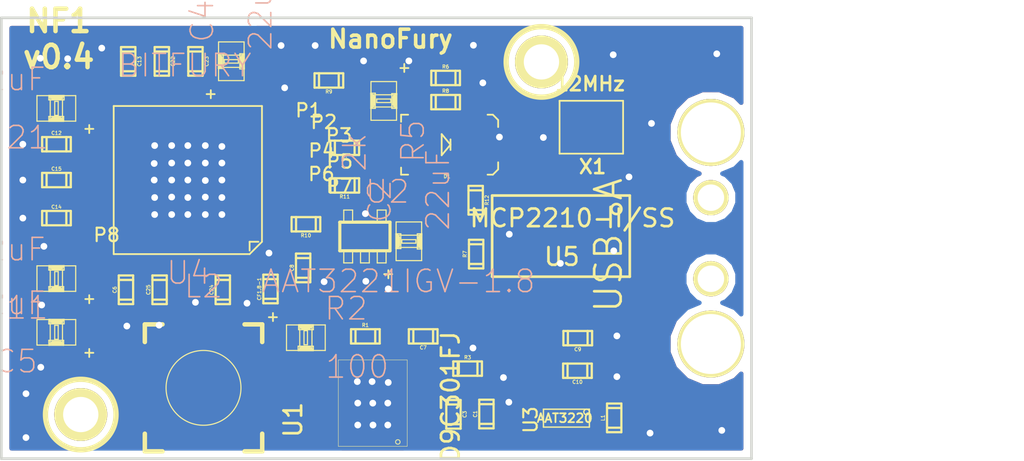
<source format=kicad_pcb>
(kicad_pcb (version 3) (host pcbnew "(2013-07-07 BZR 4022)-stable")
  (title_block (title "NanoFury NF1") (rev 0.1))
  (layers (15 F.Cu power) (0 B.Cu power) (19 F.Paste user) (21 F.SilkS user) (22 B.Mask user) (23 F.Mask user) (28 Edge.Cuts user))
  (net 0 "")
  (net 1 /INMISO)
  (net 2 /INMOSI)
  (net 3 /INSCK)
  (net 4 /OMISO)
  (net 5 /OMOSI)
  (net 6 /OSCK)
  (net 7 /OUTCLK)
  (net 8 0V8)
  (net 9 1.8V)
  (net 10 3.3V)
  (net 11 GND)
  (net 12 N-000001)
  (net 13 N-0000010)
  (net 14 N-0000011)
  (net 15 N-0000017)
  (net 16 N-0000018)
  (net 17 N-0000019)
  (net 18 N-000002)
  (net 19 N-0000024)
  (net 20 N-0000028)
  (net 21 N-000004)
  (net 22 N-000005)
  (net 23 N-000006)
  (net 24 N-000007)
  (net 25 N-000009)
  (net 26 USB_5V)
  (net 27 USB_DM)
  (net 28 USB_DP)
  (net 29 V_EN)
  (module 0630 (layer F.Cu) (at 111.4552 95.9866 270)
    (fp_text reference L2 (at -5.754 0 360) (layer B.SilkS) (effects (font (size 1.27 1.27) (thickness 0.0889))))
    (fp_text value 2.4uH (at 5.83 0 360) (layer B.SilkS) (effects (font (size 1.27 1.27) (thickness 0.0889))))
    (pad 1 smd rect (at 0 -3.275 270) (size 3.4 2.35) (layers F.Cu F.Paste F.Mask) (net 14 N-0000011))
    (pad 2 smd rect (at 0 3.275 270) (size 3.4 2.35) (layers F.Cu F.Paste F.Mask) (net 8 0V8))
  )
  (module Hole2mm (layer F.Cu) (at 130.6 77.5)
    (fp_text reference Hole2mm1 hide)
    (fp_text value P*** hide)
    (pad 1 thru_hole circle (at 0 0) (size 3 3) (drill 2) (layers *.Cu *.Mask F.SilkS))
  )
  (module Hole2mm (layer F.Cu) (at 104.5 97.5)
    (fp_text reference Hole2mm hide)
    (fp_text value P*** hide)
    (pad 1 thru_hole circle (at 0 0) (size 3 3) (drill 2) (layers *.Cu *.Mask F.SilkS))
  )
  (module SSOP-20 (layer F.Cu) (at 134.63016 83.77936 180)
    (fp_text reference U5 (at 2.87 -4.77 180) (layer F.SilkS) (effects (font (size 1.00076 1.00076) (thickness 0.14986))))
    (fp_text value MCP2210-I/SS (at 2.27 -2.58 180) (layer F.SilkS) (effects (font (size 1.00076 1.00076) (thickness 0.14986))))
    (pad 7 smd rect (at 3.9 0 180) (size 0.4064 1.651) (layers F.Cu F.Paste F.Mask))
    (pad 8 smd rect (at 4.55 0 180) (size 0.4064 1.651) (layers F.Cu F.Paste F.Mask))
    (pad 9 smd rect (at 5.2 0 180) (size 0.4064 1.651) (layers F.Cu F.Paste F.Mask) (net 17 N-0000019))
    (pad 10 smd rect (at 5.85 0 180) (size 0.4064 1.651) (layers F.Cu F.Paste F.Mask))
    (pad 17 smd rect (at 1.95 -7.2 180) (size 0.4064 1.651) (layers F.Cu F.Paste F.Mask) (net 10 3.3V))
    (pad 4 smd rect (at 1.95 0 180) (size 0.4064 1.651) (layers F.Cu F.Paste F.Mask) (net 10 3.3V))
    (pad 5 smd rect (at 2.6 0 180) (size 0.4064 1.651) (layers F.Cu F.Paste F.Mask) (net 13 N-0000010))
    (pad 6 smd rect (at 3.25 0 180) (size 0.4064 1.651) (layers F.Cu F.Paste F.Mask))
    (pad 11 smd rect (at 5.85 -7.2 180) (size 0.4064 1.651) (layers F.Cu F.Paste F.Mask) (net 16 N-0000018))
    (pad 12 smd rect (at 5.2 -7.2 180) (size 0.4064 1.651) (layers F.Cu F.Paste F.Mask) (net 24 N-000007))
    (pad 13 smd rect (at 4.55 -7.2 180) (size 0.4064 1.651) (layers F.Cu F.Paste F.Mask) (net 23 N-000006))
    (pad 14 smd rect (at 3.9 -7.2 180) (size 0.4064 1.651) (layers F.Cu F.Paste F.Mask) (net 29 V_EN))
    (pad 15 smd rect (at 3.25 -7.2 180) (size 0.4064 1.651) (layers F.Cu F.Paste F.Mask))
    (pad 16 smd rect (at 2.6 -7.2 180) (size 0.4064 1.651) (layers F.Cu F.Paste F.Mask))
    (pad 18 smd rect (at 1.3 -7.2 180) (size 0.4064 1.651) (layers F.Cu F.Paste F.Mask) (net 27 USB_DM))
    (pad 19 smd rect (at 0.65 -7.2 180) (size 0.4064 1.651) (layers F.Cu F.Paste F.Mask) (net 28 USB_DP))
    (pad 20 smd rect (at 0 -7.2 180) (size 0.4064 1.651) (layers F.Cu F.Paste F.Mask) (net 11 GND))
    (pad 1 smd rect (at 0 0 180) (size 0.4064 1.651) (layers F.Cu F.Paste F.Mask) (net 10 3.3V))
    (pad 2 smd rect (at 0.65 0 180) (size 0.4064 1.651) (layers F.Cu F.Paste F.Mask) (net 21 N-000004))
    (pad 3 smd rect (at 1.3 0 180) (size 0.4064 1.651) (layers F.Cu F.Paste F.Mask) (net 22 N-000005))
  )
  (module SC59 (layer F.Cu) (at 131.98348 97.70364 180)
    (fp_text reference U3 (at 1.99898 -0.09906 270) (layer F.SilkS) (effects (font (size 0.762 0.762) (thickness 0.11938))))
    (fp_text value AAT3220 (at 0.0635 0 180) (layer F.SilkS) (effects (font (size 0.50038 0.50038) (thickness 0.09906))))
    (pad 3 smd rect (at 0 -1 180) (size 1 1.1) (layers F.Cu F.Paste F.Mask) (net 26 USB_5V))
    (pad 2 smd rect (at 0.95 1 180) (size 1 1.1) (layers F.Cu F.Paste F.Mask) (net 10 3.3V))
    (pad 1 smd rect (at -0.95 1 180) (size 1 1.1) (layers F.Cu F.Paste F.Mask) (net 11 GND))
  )
  (module CSTCE_G15C (layer F.Cu) (at 133.4262 81.2038 180)
    (fp_text reference X1 (at -0.07 -2.24 180) (layer F.SilkS) (effects (font (size 0.8 0.8))))
    (fp_text value 12MHz (at 0.07 2.46 180) (layer F.SilkS) (effects (font (size 0.8 0.8))))
    (pad 3 smd rect (at 1.2 0 180) (size 0.635 2) (layers F.Cu F.Paste F.Mask) (net 22 N-000005))
    (pad 1 smd rect (at -1.2 0 180) (size 0.635 2) (layers F.Cu F.Paste F.Mask) (net 21 N-000004))
    (pad 2 smd rect (at 0 0 180) (size 0.635 2) (layers F.Cu F.Paste F.Mask) (net 11 GND))
  )
  (module TP (layer F.Cu) (at 115.316 81.0006)
    (fp_text reference P1 (at 2.09 -0.75) (layer F.SilkS) (effects (font (size 0.762 0.762) (thickness 0.11938))))
    (fp_text value TST hide)
    (pad 1 smd rect (at 0 0) (size 0.635 0.635) (layers F.Cu F.Paste F.Mask) (net 3 /INSCK))
  )
  (module TP (layer F.Cu) (at 116.1796 81.661)
    (fp_text reference P2 (at 2.09 -0.75) (layer F.SilkS) (effects (font (size 0.762 0.762) (thickness 0.11938))))
    (fp_text value TST hide)
    (pad 1 smd rect (at 0 0) (size 0.635 0.635) (layers F.Cu F.Paste F.Mask) (net 2 /INMOSI))
  )
  (module TP (layer F.Cu) (at 117.0432 82.423)
    (fp_text reference P3 (at 2.09 -0.75) (layer F.SilkS) (effects (font (size 0.762 0.762) (thickness 0.11938))))
    (fp_text value TST hide)
    (pad 1 smd rect (at 0 0) (size 0.635 0.635) (layers F.Cu F.Paste F.Mask) (net 1 /INMISO))
  )
  (module TP (layer F.Cu) (at 116.06022 83.2866)
    (fp_text reference P4 (at 2.09 -0.75) (layer F.SilkS) (effects (font (size 0.762 0.762) (thickness 0.11938))))
    (fp_text value TST hide)
    (pad 1 smd rect (at 0 0) (size 0.635 0.635) (layers F.Cu F.Paste F.Mask) (net 4 /OMISO))
  )
  (module TP (layer F.Cu) (at 117.0813 83.90382)
    (fp_text reference P5 (at 2.09 -0.75) (layer F.SilkS) (effects (font (size 0.762 0.762) (thickness 0.11938))))
    (fp_text value TST hide)
    (pad 1 smd rect (at 0 0) (size 0.635 0.635) (layers F.Cu F.Paste F.Mask) (net 5 /OMOSI))
  )
  (module TP (layer F.Cu) (at 116.04498 84.61248)
    (fp_text reference P6 (at 2.09 -0.75) (layer F.SilkS) (effects (font (size 0.762 0.762) (thickness 0.11938))))
    (fp_text value TST hide)
    (pad 1 smd rect (at 0 0) (size 0.635 0.635) (layers F.Cu F.Paste F.Mask) (net 6 /OSCK))
  )
  (module TP (layer F.Cu) (at 103.87584 88.06688)
    (fp_text reference P8 (at 2.09 -0.75) (layer F.SilkS) (effects (font (size 0.762 0.762) (thickness 0.11938))))
    (fp_text value TST hide)
    (pad 1 smd rect (at 0 0) (size 0.635 0.635) (layers F.Cu F.Paste F.Mask) (net 8 0V8))
  )
  (module TP (layer F.Cu) (at 117.05844 85.29066)
    (fp_text reference P7 (at 2.09 -0.75) (layer F.SilkS) (effects (font (size 0.762 0.762) (thickness 0.11938))))
    (fp_text value TST hide)
    (pad 1 smd rect (at 0 0) (size 0.635 0.635) (layers F.Cu F.Paste F.Mask) (net 7 /OUTCLK))
  )
  (module 0805 (layer F.Cu) (at 123.0884 87.6808 90)
    (fp_text reference C2 (at 2.286 -1.651 90) (layer B.SilkS) (effects (font (size 1.27 1.27) (thickness 0.0889))))
    (fp_text value 22uF (at 2.921 1.651 90) (layer B.SilkS) (effects (font (size 1.27 1.27) (thickness 0.0889))))
    (pad 1 smd rect (at -0.89916 0 90) (size 1.09982 1.4986) (layers F.Cu F.Paste F.Mask) (net 26 USB_5V))
    (pad 2 smd rect (at 0.89916 0 90) (size 1.09982 1.4986) (layers F.Cu F.Paste F.Mask) (net 11 GND))
  )
  (module 0805 (layer F.Cu) (at 113.03 77.47 90)
    (fp_text reference C4 (at 2.286 -1.651 90) (layer B.SilkS) (effects (font (size 1.27 1.27) (thickness 0.0889))))
    (fp_text value 22uF (at 2.921 1.651 90) (layer B.SilkS) (effects (font (size 1.27 1.27) (thickness 0.0889))))
    (pad 1 smd rect (at -0.89916 0 90) (size 1.09982 1.4986) (layers F.Cu F.Paste F.Mask) (net 8 0V8))
    (pad 2 smd rect (at 0.89916 0 90) (size 1.09982 1.4986) (layers F.Cu F.Paste F.Mask) (net 11 GND))
  )
  (module 0805 (layer F.Cu) (at 103.124 92.837 180)
    (fp_text reference C5 (at 2.286 -1.651 180) (layer B.SilkS) (effects (font (size 1.27 1.27) (thickness 0.0889))))
    (fp_text value 22uF (at 2.921 1.651 180) (layer B.SilkS) (effects (font (size 1.27 1.27) (thickness 0.0889))))
    (pad 1 smd rect (at -0.89916 0 180) (size 1.09982 1.4986) (layers F.Cu F.Paste F.Mask) (net 8 0V8))
    (pad 2 smd rect (at 0.89916 0 180) (size 1.09982 1.4986) (layers F.Cu F.Paste F.Mask) (net 11 GND))
  )
  (module 0805 (layer F.Cu) (at 103.124 89.789 180)
    (fp_text reference C11 (at 2.286 -1.651 180) (layer B.SilkS) (effects (font (size 1.27 1.27) (thickness 0.0889))))
    (fp_text value 22uF (at 2.921 1.651 180) (layer B.SilkS) (effects (font (size 1.27 1.27) (thickness 0.0889))))
    (pad 1 smd rect (at -0.89916 0 180) (size 1.09982 1.4986) (layers F.Cu F.Paste F.Mask) (net 8 0V8))
    (pad 2 smd rect (at 0.89916 0 180) (size 1.09982 1.4986) (layers F.Cu F.Paste F.Mask) (net 11 GND))
  )
  (module 0805 (layer F.Cu) (at 103.124 80.137 180)
    (fp_text reference C21 (at 2.286 -1.651 180) (layer B.SilkS) (effects (font (size 1.27 1.27) (thickness 0.0889))))
    (fp_text value 22uF (at 2.921 1.651 180) (layer B.SilkS) (effects (font (size 1.27 1.27) (thickness 0.0889))))
    (pad 1 smd rect (at -0.89916 0 180) (size 1.09982 1.4986) (layers F.Cu F.Paste F.Mask) (net 8 0V8))
    (pad 2 smd rect (at 0.89916 0 180) (size 1.09982 1.4986) (layers F.Cu F.Paste F.Mask) (net 11 GND))
  )
  (module SOT23-5 (layer F.Cu) (at 120.5992 87.4014)
    (fp_text reference U2 (at 1.27 -2.54) (layer B.SilkS) (effects (font (size 1.27 1.27) (thickness 0.0889))))
    (fp_text value AAT3221IGV-1.8 (at 1.905 2.54) (layer B.SilkS) (effects (font (size 1.27 1.27) (thickness 0.0889))))
    (pad 1 smd rect (at -0.94996 1.29794) (size 0.54864 1.19888) (layers F.Cu F.Paste F.Mask) (net 26 USB_5V))
    (pad 2 smd rect (at 0 1.29794) (size 0.54864 1.19888) (layers F.Cu F.Paste F.Mask) (net 11 GND))
    (pad 3 smd rect (at 0.94996 1.29794) (size 0.54864 1.19888) (layers F.Cu F.Paste F.Mask) (net 29 V_EN))
    (pad 4 smd rect (at 0.94996 -1.29794) (size 0.54864 1.19888) (layers F.Cu F.Paste F.Mask) (net 11 GND))
    (pad 5 smd rect (at -0.94996 -1.29794) (size 0.54864 1.19888) (layers F.Cu F.Paste F.Mask) (net 20 N-0000028))
  )
  (module 0805 (layer F.Cu) (at 121.666 79.7052 270)
    (fp_text reference R5 (at 2.286 -1.651 270) (layer B.SilkS) (effects (font (size 1.27 1.27) (thickness 0.0889))))
    (fp_text value 2k (at 2.921 1.651 270) (layer B.SilkS) (effects (font (size 1.27 1.27) (thickness 0.0889))))
    (pad 1 smd rect (at -0.89916 0 270) (size 1.09982 1.4986) (layers F.Cu F.Paste F.Mask) (net 3 /INSCK))
    (pad 2 smd rect (at 0.89916 0 270) (size 1.09982 1.4986) (layers F.Cu F.Paste F.Mask) (net 24 N-000007))
  )
  (module HTSOP-J8 (layer F.Cu) (at 122.99442 99.30384 90)
    (fp_text reference U1 (at 1.508 -6.466 90) (layer F.SilkS))
    (fp_text value BD9C301FJ (at 2.308 2.458 90) (layer F.SilkS))
    (pad 4 smd rect (at 4.355 0.725 90) (size 0.55 1.2) (layers F.Cu F.Paste F.Mask) (net 15 N-0000017))
    (pad 1 smd rect (at 0.545 0.725 90) (size 0.55 1.2) (layers F.Cu F.Paste F.Mask) (net 11 GND))
    (pad 2 smd rect (at 1.815 0.725 90) (size 0.55 1.2) (layers F.Cu F.Paste F.Mask) (net 26 USB_5V))
    (pad 3 smd rect (at 3.085 0.725 90) (size 0.55 1.2) (layers F.Cu F.Paste F.Mask) (net 11 GND))
    (pad 6 smd rect (at 3.085 -4.625 90) (size 0.55 1.2) (layers F.Cu F.Paste F.Mask) (net 29 V_EN))
    (pad 7 smd rect (at 1.815 -4.625 90) (size 0.55 1.2) (layers F.Cu F.Paste F.Mask) (net 14 N-0000011))
    (pad 8 smd rect (at 0.545 -4.625 90) (size 0.55 1.2) (layers F.Cu F.Paste F.Mask) (net 14 N-0000011))
    (pad 5 smd rect (at 4.355 -4.625 90) (size 0.55 1.2) (layers F.Cu F.Paste F.Mask) (net 18 N-000002))
    (pad 9 smd rect (at 2.45 -1.95 90) (size 3.6 2.8) (layers F.Cu F.Paste F.Mask) (net 11 GND))
  )
  (module QFN48 (layer F.Cu) (at 110.5662 84.201 180)
    (fp_text reference U4 (at -0.04 -5.26 180) (layer B.SilkS) (effects (font (size 1.27 1.27) (thickness 0.0889))))
    (fp_text value BITFURY (at 0.17 6.5 180) (layer B.SilkS) (effects (font (size 1.27 1.27) (thickness 0.0889))))
    (pad 13 smd rect (at -2.75 3.55 180) (size 0.3 1) (layers F.Cu F.Paste F.Mask) (net 8 0V8))
    (pad 25 smd rect (at 3.55 2.75 180) (size 1 0.3) (layers F.Cu F.Paste F.Mask) (net 8 0V8))
    (pad 26 smd rect (at 3.55 2.25 180) (size 1 0.3) (layers F.Cu F.Paste F.Mask) (net 8 0V8))
    (pad 28 smd rect (at 3.55 1.25 180) (size 1 0.3) (layers F.Cu F.Paste F.Mask) (net 8 0V8))
    (pad 27 smd rect (at 3.55 1.75 180) (size 1 0.3) (layers F.Cu F.Paste F.Mask) (net 8 0V8))
    (pad 29 smd rect (at 3.55 0.75 180) (size 1 0.3) (layers F.Cu F.Paste F.Mask) (net 8 0V8))
    (pad 30 smd rect (at 3.55 0.25 180) (size 1 0.3) (layers F.Cu F.Paste F.Mask) (net 8 0V8))
    (pad 36 smd rect (at 3.55 -2.75 180) (size 1 0.3) (layers F.Cu F.Paste F.Mask) (net 8 0V8))
    (pad 35 smd rect (at 3.55 -2.25 180) (size 1 0.3) (layers F.Cu F.Paste F.Mask) (net 8 0V8))
    (pad 33 smd rect (at 3.55 -1.25 180) (size 1 0.3) (layers F.Cu F.Paste F.Mask) (net 8 0V8))
    (pad 34 smd rect (at 3.55 -1.75 180) (size 1 0.3) (layers F.Cu F.Paste F.Mask) (net 8 0V8))
    (pad 32 smd rect (at 3.55 -0.75 180) (size 1 0.3) (layers F.Cu F.Paste F.Mask) (net 8 0V8))
    (pad 31 smd rect (at 3.55 -0.25 180) (size 1 0.3) (layers F.Cu F.Paste F.Mask) (net 8 0V8))
    (pad 1 smd rect (at -3.55 -2.75 180) (size 1 0.3) (layers F.Cu F.Paste F.Mask) (net 11 GND))
    (pad 3 smd rect (at -3.55 -1.748 180) (size 1 0.3) (layers F.Cu F.Paste F.Mask) (net 11 GND))
    (pad 2 smd rect (at -3.55 -2.25 180) (size 1 0.3) (layers F.Cu F.Paste F.Mask) (net 11 GND))
    (pad 5 smd rect (at -3.55 -0.75 180) (size 1 0.3) (layers F.Cu F.Paste F.Mask) (net 7 /OUTCLK))
    (pad 6 smd rect (at -3.55 -0.25 180) (size 1 0.3) (layers F.Cu F.Paste F.Mask) (net 6 /OSCK))
    (pad 4 smd rect (at -3.55 -1.25 180) (size 1 0.3) (layers F.Cu F.Paste F.Mask) (net 9 1.8V))
    (pad 10 smd rect (at -3.55 1.75 180) (size 1 0.3) (layers F.Cu F.Paste F.Mask) (net 2 /INMOSI))
    (pad 12 smd rect (at -3.55 2.75 180) (size 1 0.3) (layers F.Cu F.Paste F.Mask) (net 11 GND))
    (pad 11 smd rect (at -3.55 2.25 180) (size 1 0.3) (layers F.Cu F.Paste F.Mask) (net 3 /INSCK))
    (pad 8 smd rect (at -3.55 0.75 180) (size 1 0.3) (layers F.Cu F.Paste F.Mask) (net 4 /OMISO))
    (pad 9 smd rect (at -3.55 1.25 180) (size 1 0.3) (layers F.Cu F.Paste F.Mask) (net 1 /INMISO))
    (pad 7 smd rect (at -3.55 0.25 180) (size 1 0.3) (layers F.Cu F.Paste F.Mask) (net 5 /OMOSI))
    (pad 49 smd rect (at 0 0 180) (size 5 5) (layers F.Cu F.Mask) (net 11 GND))
    (pad 47 smd rect (at -2.25 -3.55 180) (size 0.3 1) (layers F.Cu F.Paste F.Mask) (net 8 0V8))
    (pad 48 smd rect (at -2.75 -3.55 180) (size 0.3 1) (layers F.Cu F.Paste F.Mask) (net 8 0V8))
    (pad 45 smd rect (at -1.25 -3.55 180) (size 0.3 1) (layers F.Cu F.Paste F.Mask) (net 8 0V8))
    (pad 44 smd rect (at -0.75 -3.55 180) (size 0.3 1) (layers F.Cu F.Paste F.Mask) (net 8 0V8))
    (pad 46 smd rect (at -1.75 -3.55 180) (size 0.3 1) (layers F.Cu F.Paste F.Mask) (net 8 0V8))
    (pad 39 smd rect (at 1.75 -3.55 180) (size 0.3 1) (layers F.Cu F.Paste F.Mask) (net 8 0V8))
    (pad 37 smd rect (at 2.75 -3.55 180) (size 0.3 1) (layers F.Cu F.Paste F.Mask) (net 8 0V8))
    (pad 38 smd rect (at 2.25 -3.55 180) (size 0.3 1) (layers F.Cu F.Paste F.Mask) (net 8 0V8))
    (pad 41 smd rect (at 0.75 -3.55 180) (size 0.3 1) (layers F.Cu F.Paste F.Mask) (net 8 0V8))
    (pad 40 smd rect (at 1.25 -3.55 180) (size 0.3 1) (layers F.Cu F.Paste F.Mask) (net 8 0V8))
    (pad 42 smd rect (at 0.25 -3.55 180) (size 0.3 1) (layers F.Cu F.Paste F.Mask) (net 8 0V8))
    (pad 43 smd rect (at -0.25 -3.55 180) (size 0.3 1) (layers F.Cu F.Paste F.Mask) (net 8 0V8))
    (pad 14 smd rect (at -2.25 3.55 180) (size 0.3 1) (layers F.Cu F.Paste F.Mask) (net 8 0V8))
    (pad 16 smd rect (at -1.25 3.55 180) (size 0.3 1) (layers F.Cu F.Paste F.Mask) (net 8 0V8))
    (pad 17 smd rect (at -0.75 3.55 180) (size 0.3 1) (layers F.Cu F.Paste F.Mask) (net 8 0V8))
    (pad 15 smd rect (at -1.75 3.55 180) (size 0.3 1) (layers F.Cu F.Paste F.Mask) (net 8 0V8))
    (pad 22 smd rect (at 1.75 3.55 180) (size 0.3 1) (layers F.Cu F.Paste F.Mask) (net 8 0V8))
    (pad 24 smd rect (at 2.75 3.55 180) (size 0.3 1) (layers F.Cu F.Paste F.Mask) (net 8 0V8))
    (pad 23 smd rect (at 2.25 3.55 180) (size 0.3 1) (layers F.Cu F.Paste F.Mask) (net 8 0V8))
    (pad 20 smd rect (at 0.75 3.55 180) (size 0.3 1) (layers F.Cu F.Paste F.Mask) (net 8 0V8))
    (pad 21 smd rect (at 1.25 3.55 180) (size 0.3 1) (layers F.Cu F.Paste F.Mask) (net 8 0V8))
    (pad 19 smd rect (at 0.25 3.55 180) (size 0.3 1) (layers F.Cu F.Paste F.Mask) (net 8 0V8))
    (pad 18 smd rect (at -0.25 3.55 180) (size 0.3 1) (layers F.Cu F.Paste F.Mask) (net 8 0V8))
    (pad 49 smd rect (at -1 -1 180) (size 1.5 1.5) (layers F.Cu F.Paste F.Mask) (net 11 GND))
    (pad 49 smd rect (at -1 1 180) (size 1.5 1.5) (layers F.Cu F.Paste F.Mask) (net 11 GND))
    (pad 49 smd rect (at 1 -1 180) (size 1.5 1.5) (layers F.Cu F.Paste F.Mask) (net 11 GND))
    (pad 49 smd rect (at 1 1 180) (size 1.5 1.5) (layers F.Cu F.Paste F.Mask) (net 11 GND))
  )
  (module 2PLCC (layer F.Cu) (at 125.2474 82.1944 180)
    (fp_text reference D1 (at 0 -1.8 180) (layer F.SilkS) (effects (font (size 0.20066 0.20066) (thickness 0.04064))))
    (fp_text value LED hide)
    (pad 1 smd rect (at 1.5 0 180) (size 1.5 2.6) (layers F.Cu F.Paste F.Mask) (net 25 N-000009))
    (pad 2 smd rect (at -1.5 0 180) (size 1.5 2.6) (layers F.Cu F.Paste F.Mask) (net 11 GND))
  )
  (module 0603 (layer F.Cu) (at 126.873 85.344 270)
    (fp_text reference R12 (at 0 -0.635 270) (layer F.SilkS) (effects (font (size 0.20066 0.20066) (thickness 0.04064))))
    (fp_text value 1k hide)
    (pad 1 smd rect (at 0.75184 0 270) (size 0.89916 1.00076) (layers F.Cu F.Paste F.Mask) (net 13 N-0000010))
    (pad 2 smd rect (at -0.75184 0 270) (size 0.89916 1.00076) (layers F.Cu F.Paste F.Mask) (net 25 N-000009))
  )
  (module 0603 (layer F.Cu) (at 117.09908 89.18448 90)
    (fp_text reference C8 (at 0 -0.635 90) (layer F.SilkS) (effects (font (size 0.20066 0.20066) (thickness 0.04064))))
    (fp_text value 10uF hide)
    (pad 1 smd rect (at 0.75184 0 90) (size 0.89916 1.00076) (layers F.Cu F.Paste F.Mask) (net 20 N-0000028))
    (pad 2 smd rect (at -0.75184 0 90) (size 0.89916 1.00076) (layers F.Cu F.Paste F.Mask) (net 11 GND))
  )
  (module 0603 (layer F.Cu) (at 132.65658 93.1672 180)
    (fp_text reference C9 (at 0 -0.635 180) (layer F.SilkS) (effects (font (size 0.20066 0.20066) (thickness 0.04064))))
    (fp_text value 10uF hide)
    (pad 1 smd rect (at 0.75184 0 180) (size 0.89916 1.00076) (layers F.Cu F.Paste F.Mask) (net 10 3.3V))
    (pad 2 smd rect (at -0.75184 0 180) (size 0.89916 1.00076) (layers F.Cu F.Paste F.Mask) (net 11 GND))
  )
  (module 0603 (layer F.Cu) (at 115.24996 90.37828 90)
    (fp_text reference CF1.8-1 (at 0 -0.635 90) (layer F.SilkS) (effects (font (size 0.20066 0.20066) (thickness 0.04064))))
    (fp_text value 100n hide)
    (pad 1 smd rect (at 0.75184 0 90) (size 0.89916 1.00076) (layers F.Cu F.Paste F.Mask) (net 9 1.8V))
    (pad 2 smd rect (at -0.75184 0 90) (size 0.89916 1.00076) (layers F.Cu F.Paste F.Mask) (net 11 GND))
  )
  (module 0603 (layer F.Cu) (at 117.25656 86.70798 180)
    (fp_text reference R10 (at 0 -0.635 180) (layer F.SilkS) (effects (font (size 0.20066 0.20066) (thickness 0.04064))))
    (fp_text value 1R hide)
    (pad 1 smd rect (at 0.75184 0 180) (size 0.89916 1.00076) (layers F.Cu F.Paste F.Mask) (net 9 1.8V))
    (pad 2 smd rect (at -0.75184 0 180) (size 0.89916 1.00076) (layers F.Cu F.Paste F.Mask) (net 20 N-0000028))
  )
  (module 0603 (layer F.Cu) (at 132.6388 95.01632 180)
    (fp_text reference C10 (at 0 -0.635 180) (layer F.SilkS) (effects (font (size 0.20066 0.20066) (thickness 0.04064))))
    (fp_text value 100n hide)
    (pad 1 smd rect (at 0.75184 0 180) (size 0.89916 1.00076) (layers F.Cu F.Paste F.Mask) (net 10 3.3V))
    (pad 2 smd rect (at -0.75184 0 180) (size 0.89916 1.00076) (layers F.Cu F.Paste F.Mask) (net 11 GND))
  )
  (module 0603 (layer F.Cu) (at 125.1712 78.4098)
    (fp_text reference R6 (at 0 -0.635) (layer F.SilkS) (effects (font (size 0.20066 0.20066) (thickness 0.04064))))
    (fp_text value 2k hide)
    (pad 1 smd rect (at 0.75184 0) (size 0.89916 1.00076) (layers F.Cu F.Paste F.Mask) (net 11 GND))
    (pad 2 smd rect (at -0.75184 0) (size 0.89916 1.00076) (layers F.Cu F.Paste F.Mask) (net 2 /INMOSI))
  )
  (module 0603 (layer F.Cu) (at 118.55704 78.55204 180)
    (fp_text reference R9 (at 0 -0.635 180) (layer F.SilkS) (effects (font (size 0.20066 0.20066) (thickness 0.04064))))
    (fp_text value 2k hide)
    (pad 1 smd rect (at 0.75184 0 180) (size 0.89916 1.00076) (layers F.Cu F.Paste F.Mask) (net 11 GND))
    (pad 2 smd rect (at -0.75184 0 180) (size 0.89916 1.00076) (layers F.Cu F.Paste F.Mask) (net 3 /INSCK))
  )
  (module 0603 (layer F.Cu) (at 125.1712 79.7814)
    (fp_text reference R8 (at 0 -0.635) (layer F.SilkS) (effects (font (size 0.20066 0.20066) (thickness 0.04064))))
    (fp_text value 2K hide)
    (pad 1 smd rect (at 0.75184 0) (size 0.89916 1.00076) (layers F.Cu F.Paste F.Mask) (net 17 N-0000019))
    (pad 2 smd rect (at -0.75184 0) (size 0.89916 1.00076) (layers F.Cu F.Paste F.Mask) (net 2 /INMOSI))
  )
  (module 0603 (layer F.Cu) (at 127.4826 97.46996 90)
    (fp_text reference C1 (at 0 -0.635 90) (layer F.SilkS) (effects (font (size 0.20066 0.20066) (thickness 0.04064))))
    (fp_text value 100nF hide)
    (pad 1 smd rect (at 0.75184 0 90) (size 0.89916 1.00076) (layers F.Cu F.Paste F.Mask) (net 11 GND))
    (pad 2 smd rect (at -0.75184 0 90) (size 0.89916 1.00076) (layers F.Cu F.Paste F.Mask) (net 26 USB_5V))
  )
  (module 0603 (layer F.Cu) (at 134.7216 97.6884 90)
    (fp_text reference L1 (at 0 -0.635 90) (layer F.SilkS) (effects (font (size 0.20066 0.20066) (thickness 0.04064))))
    (fp_text value 1uH hide)
    (pad 1 smd rect (at 0.75184 0 90) (size 0.89916 1.00076) (layers F.Cu F.Paste F.Mask) (net 19 N-0000024))
    (pad 2 smd rect (at -0.75184 0 90) (size 0.89916 1.00076) (layers F.Cu F.Paste F.Mask) (net 26 USB_5V))
  )
  (module 0603 (layer F.Cu) (at 119.4562 82.3722 180)
    (fp_text reference R4 (at 0 -0.635 180) (layer F.SilkS) (effects (font (size 0.20066 0.20066) (thickness 0.04064))))
    (fp_text value 100 hide)
    (pad 1 smd rect (at 0.75184 0 180) (size 0.89916 1.00076) (layers F.Cu F.Paste F.Mask) (net 1 /INMISO))
    (pad 2 smd rect (at -0.75184 0 180) (size 0.89916 1.00076) (layers F.Cu F.Paste F.Mask) (net 23 N-000006))
  )
  (module 0603 (layer F.Cu) (at 126.4158 94.8944)
    (fp_text reference R3 (at 0 -0.635) (layer F.SilkS) (effects (font (size 0.20066 0.20066) (thickness 0.04064))))
    (fp_text value 2.4k hide)
    (pad 1 smd rect (at 0.75184 0) (size 0.89916 1.00076) (layers F.Cu F.Paste F.Mask) (net 11 GND))
    (pad 2 smd rect (at -0.75184 0) (size 0.89916 1.00076) (layers F.Cu F.Paste F.Mask) (net 15 N-0000017))
  )
  (module 0603 (layer F.Cu) (at 120.6246 93.0656)
    (fp_text reference R1 (at 0 -0.635) (layer F.SilkS) (effects (font (size 0.20066 0.20066) (thickness 0.04064))))
    (fp_text value 13k hide)
    (pad 1 smd rect (at 0.75184 0) (size 0.89916 1.00076) (layers F.Cu F.Paste F.Mask) (net 12 N-000001))
    (pad 2 smd rect (at -0.75184 0) (size 0.89916 1.00076) (layers F.Cu F.Paste F.Mask) (net 18 N-000002))
  )
  (module 0603 (layer F.Cu) (at 108.966 90.424 90)
    (fp_text reference C25 (at 0 -0.635 90) (layer F.SilkS) (effects (font (size 0.20066 0.20066) (thickness 0.04064))))
    (fp_text value 100nF hide)
    (pad 1 smd rect (at 0.75184 0 90) (size 0.89916 1.00076) (layers F.Cu F.Paste F.Mask) (net 8 0V8))
    (pad 2 smd rect (at -0.75184 0 90) (size 0.89916 1.00076) (layers F.Cu F.Paste F.Mask) (net 11 GND))
  )
  (module 0603 (layer F.Cu) (at 112.5474 90.424 90)
    (fp_text reference C24 (at 0 -0.635 90) (layer F.SilkS) (effects (font (size 0.20066 0.20066) (thickness 0.04064))))
    (fp_text value 100nF hide)
    (pad 1 smd rect (at 0.75184 0 90) (size 0.89916 1.00076) (layers F.Cu F.Paste F.Mask) (net 8 0V8))
    (pad 2 smd rect (at -0.75184 0 90) (size 0.89916 1.00076) (layers F.Cu F.Paste F.Mask) (net 11 GND))
  )
  (module 0603 (layer F.Cu) (at 110.998 77.47 270)
    (fp_text reference C23 (at 0 -0.635 270) (layer F.SilkS) (effects (font (size 0.20066 0.20066) (thickness 0.04064))))
    (fp_text value 100nF hide)
    (pad 1 smd rect (at 0.75184 0 270) (size 0.89916 1.00076) (layers F.Cu F.Paste F.Mask) (net 8 0V8))
    (pad 2 smd rect (at -0.75184 0 270) (size 0.89916 1.00076) (layers F.Cu F.Paste F.Mask) (net 11 GND))
  )
  (module 0603 (layer F.Cu) (at 109.093 77.47 270)
    (fp_text reference C22 (at 0 -0.635 270) (layer F.SilkS) (effects (font (size 0.20066 0.20066) (thickness 0.04064))))
    (fp_text value 100nF hide)
    (pad 1 smd rect (at 0.75184 0 270) (size 0.89916 1.00076) (layers F.Cu F.Paste F.Mask) (net 8 0V8))
    (pad 2 smd rect (at -0.75184 0 270) (size 0.89916 1.00076) (layers F.Cu F.Paste F.Mask) (net 11 GND))
  )
  (module 0603 (layer F.Cu) (at 103.124 84.201)
    (fp_text reference C15 (at 0 -0.635) (layer F.SilkS) (effects (font (size 0.20066 0.20066) (thickness 0.04064))))
    (fp_text value 100nF hide)
    (pad 1 smd rect (at 0.75184 0) (size 0.89916 1.00076) (layers F.Cu F.Paste F.Mask) (net 8 0V8))
    (pad 2 smd rect (at -0.75184 0) (size 0.89916 1.00076) (layers F.Cu F.Paste F.Mask) (net 11 GND))
  )
  (module 0603 (layer F.Cu) (at 103.124 86.36)
    (fp_text reference C14 (at 0 -0.635) (layer F.SilkS) (effects (font (size 0.20066 0.20066) (thickness 0.04064))))
    (fp_text value 100nF hide)
    (pad 1 smd rect (at 0.75184 0) (size 0.89916 1.00076) (layers F.Cu F.Paste F.Mask) (net 8 0V8))
    (pad 2 smd rect (at -0.75184 0) (size 0.89916 1.00076) (layers F.Cu F.Paste F.Mask) (net 11 GND))
  )
  (module 0603 (layer F.Cu) (at 107.188 77.47 270)
    (fp_text reference C13 (at 0 -0.635 270) (layer F.SilkS) (effects (font (size 0.20066 0.20066) (thickness 0.04064))))
    (fp_text value 100nF hide)
    (pad 1 smd rect (at 0.75184 0 270) (size 0.89916 1.00076) (layers F.Cu F.Paste F.Mask) (net 8 0V8))
    (pad 2 smd rect (at -0.75184 0 270) (size 0.89916 1.00076) (layers F.Cu F.Paste F.Mask) (net 11 GND))
  )
  (module 0603 (layer F.Cu) (at 103.124 82.169)
    (fp_text reference C12 (at 0 -0.635) (layer F.SilkS) (effects (font (size 0.20066 0.20066) (thickness 0.04064))))
    (fp_text value 100nF hide)
    (pad 1 smd rect (at 0.75184 0) (size 0.89916 1.00076) (layers F.Cu F.Paste F.Mask) (net 8 0V8))
    (pad 2 smd rect (at -0.75184 0) (size 0.89916 1.00076) (layers F.Cu F.Paste F.Mask) (net 11 GND))
  )
  (module 0603 (layer F.Cu) (at 123.9012 93.0656 180)
    (fp_text reference C7 (at 0 -0.635 180) (layer F.SilkS) (effects (font (size 0.20066 0.20066) (thickness 0.04064))))
    (fp_text value 1.1n hide)
    (pad 1 smd rect (at 0.75184 0 180) (size 0.89916 1.00076) (layers F.Cu F.Paste F.Mask) (net 12 N-000001))
    (pad 2 smd rect (at -0.75184 0 180) (size 0.89916 1.00076) (layers F.Cu F.Paste F.Mask) (net 11 GND))
  )
  (module 0603 (layer F.Cu) (at 107.061 90.424 90)
    (fp_text reference C6 (at 0 -0.635 90) (layer F.SilkS) (effects (font (size 0.20066 0.20066) (thickness 0.04064))))
    (fp_text value 100nF hide)
    (pad 1 smd rect (at 0.75184 0 90) (size 0.89916 1.00076) (layers F.Cu F.Paste F.Mask) (net 8 0V8))
    (pad 2 smd rect (at -0.75184 0 90) (size 0.89916 1.00076) (layers F.Cu F.Paste F.Mask) (net 11 GND))
  )
  (module 0603 (layer F.Cu) (at 125.6157 97.48774 270)
    (fp_text reference C3 (at 0 -0.635 270) (layer F.SilkS) (effects (font (size 0.20066 0.20066) (thickness 0.04064))))
    (fp_text value 100nF hide)
    (pad 1 smd rect (at 0.75184 0 270) (size 0.89916 1.00076) (layers F.Cu F.Paste F.Mask) (net 26 USB_5V))
    (pad 2 smd rect (at -0.75184 0 270) (size 0.89916 1.00076) (layers F.Cu F.Paste F.Mask) (net 11 GND))
  )
  (module 0603 (layer F.Cu) (at 126.9 88.4 90)
    (fp_text reference R7 (at 0 -0.635 90) (layer F.SilkS) (effects (font (size 0.20066 0.20066) (thickness 0.04064))))
    (fp_text value 1k hide)
    (pad 1 smd rect (at 0.75184 0 90) (size 0.89916 1.00076) (layers F.Cu F.Paste F.Mask) (net 24 N-000007))
    (pad 2 smd rect (at -0.75184 0 90) (size 0.89916 1.00076) (layers F.Cu F.Paste F.Mask) (net 16 N-0000018))
  )
  (module 0603 (layer F.Cu) (at 119.4562 84.5058 180)
    (fp_text reference R11 (at 0 -0.635 180) (layer F.SilkS) (effects (font (size 0.20066 0.20066) (thickness 0.04064))))
    (fp_text value 1k hide)
    (pad 1 smd rect (at 0.75184 0 180) (size 0.89916 1.00076) (layers F.Cu F.Paste F.Mask) (net 7 /OUTCLK))
    (pad 2 smd rect (at -0.75184 0 180) (size 0.89916 1.00076) (layers F.Cu F.Paste F.Mask) (net 11 GND))
  )
  (module CNC-1001-011-01101 (layer F.Cu) (at 140.2 87.5 270)
    (fp_text reference CN1 hide)
    (fp_text value USB-A (at 0.4 5.8 270) (layer F.SilkS) (effects (font (size 1.5 1.5))))
    (pad 1 smd rect (at 3.5 2.8 270) (size 1.1 2.3) (layers F.Cu F.Paste F.Mask) (net 19 N-0000024))
    (pad 2 smd rect (at 1 2.8 270) (size 1.1 2.3) (layers F.Cu F.Paste F.Mask) (net 27 USB_DM))
    (pad 5 smd rect (at -3.5 2.8 270) (size 1.1 2.3) (layers F.Cu F.Paste F.Mask) (net 11 GND))
    (pad "" thru_hole circle (at -6 0 270) (size 3.8 3.8) (drill 3.4) (layers *.Cu *.Mask F.SilkS))
    (pad "" thru_hole circle (at 6 0 270) (size 3.8 3.8) (drill 3.4) (layers *.Cu *.Mask F.SilkS))
    (pad "" thru_hole circle (at -2.3 0 270) (size 2 2) (drill 1.5) (layers *.Cu *.Mask F.SilkS))
    (pad "" thru_hole circle (at 2.3 0 270) (size 2 2) (drill 1.5) (layers *.Cu *.Mask F.SilkS))
    (pad 3 smd rect (at -1 2.8 270) (size 1.1 2.3) (layers F.Cu F.Paste F.Mask) (net 28 USB_DP))
  )
  (module 0805 (layer F.Cu) (at 117.2464 93.1418)
    (fp_text reference R2 (at 2.286 -1.651) (layer B.SilkS) (effects (font (size 1.27 1.27) (thickness 0.0889))))
    (fp_text value 100 (at 2.921 1.651) (layer B.SilkS) (effects (font (size 1.27 1.27) (thickness 0.0889))))
    (pad 1 smd rect (at -1 0) (size 1.1 1.5) (layers F.Cu F.Paste F.Mask) (net 8 0V8))
    (pad 2 smd rect (at 1 0) (size 1.1 1.5) (layers F.Cu F.Paste F.Mask) (net 15 N-0000017))
  )
  (gr_text NanoFury (at 122.047 76.2) (layer F.SilkS) (effects (font (size 1.016 1.016) (thickness 0.2032))))
  (gr_text "NF1\nv0.4" (at 103.251 76.2) (layer F.SilkS) (effects (font (size 1.27 1.27) (thickness 0.254))))
  (gr_line (start 142.5 75) (end 100 75) (angle 90) (layer Edge.Cuts) (width 0.15))
  (gr_line (start 100 100) (end 100 75) (angle 90) (layer Edge.Cuts) (width 0.15))
  (gr_line (start 142.5 75) (end 142.5 100) (angle 90) (layer Edge.Cuts) (width 0.15))
  (gr_line (start 142.5 100) (end 100 100) (angle 90) (layer Edge.Cuts) (width 0.15))
  (segment (start 114.1162 82.951) (end 114.95634 82.951) (width 0.254) (layer F.Cu) (net 1))
  (segment (start 115.48434 82.423) (end 117.0432 82.423) (width 0.254) (layer F.Cu) (net 1))
  (segment (start 114.95634 82.951) (end 115.48434 82.423) (width 0.254) (layer F.Cu) (net 1))
  (segment (start 117.0432 82.423) (end 118.65356 82.423) (width 0.381) (layer F.Cu) (net 1))
  (segment (start 118.65356 82.423) (end 118.70436 82.3722) (width 0.381) (layer F.Cu) (net 1))
  (segment (start 124.41936 78.4098) (end 124.41936 79.7814) (width 0.508) (layer F.Cu) (net 2))
  (segment (start 116.1796 81.661) (end 115.6716 81.661) (width 0.254) (layer F.Cu) (net 2))
  (segment (start 114.8816 82.451) (end 114.1162 82.451) (width 0.254) (layer F.Cu) (net 2))
  (segment (start 115.6716 81.661) (end 114.8816 82.451) (width 0.254) (layer F.Cu) (net 2))
  (segment (start 124.41936 79.7814) (end 122.8598 79.7814) (width 0.508) (layer F.Cu) (net 2))
  (segment (start 116.9924 81.661) (end 116.1796 81.661) (width 0.381) (layer F.Cu) (net 2))
  (segment (start 118.9482 79.7052) (end 116.9924 81.661) (width 0.381) (layer F.Cu) (net 2))
  (segment (start 120.5738 79.7052) (end 118.9482 79.7052) (width 0.381) (layer F.Cu) (net 2))
  (segment (start 122.7836 79.7052) (end 120.5738 79.7052) (width 0.254) (layer F.Cu) (net 2))
  (segment (start 122.8598 79.7814) (end 122.7836 79.7052) (width 0.254) (layer F.Cu) (net 2))
  (segment (start 114.1162 81.951) (end 114.7466 81.951) (width 0.254) (layer F.Cu) (net 3))
  (segment (start 115.316 81.3816) (end 115.316 81.0006) (width 0.254) (layer F.Cu) (net 3))
  (segment (start 114.7466 81.951) (end 115.316 81.3816) (width 0.254) (layer F.Cu) (net 3))
  (segment (start 119.30888 78.55204) (end 119.30888 78.590176) (width 0.381) (layer F.Cu) (net 3))
  (segment (start 115.824 80.4926) (end 115.316 81.0006) (width 0.381) (layer F.Cu) (net 3))
  (segment (start 117.406456 80.4926) (end 115.824 80.4926) (width 0.381) (layer F.Cu) (net 3))
  (segment (start 119.30888 78.590176) (end 117.406456 80.4926) (width 0.381) (layer F.Cu) (net 3))
  (segment (start 121.666 78.80604) (end 120.48744 78.80604) (width 0.381) (layer F.Cu) (net 3))
  (segment (start 120.23344 78.55204) (end 119.30888 78.55204) (width 0.381) (layer F.Cu) (net 3))
  (segment (start 120.48744 78.80604) (end 120.23344 78.55204) (width 0.381) (layer F.Cu) (net 3))
  (segment (start 114.1162 83.451) (end 115.1008 83.451) (width 0.254) (layer F.Cu) (net 4))
  (segment (start 115.2652 83.2866) (end 116.06022 83.2866) (width 0.254) (layer F.Cu) (net 4))
  (segment (start 115.1008 83.451) (end 115.2652 83.2866) (width 0.254) (layer F.Cu) (net 4))
  (segment (start 117.0813 83.90382) (end 115.40998 83.90382) (width 0.254) (layer F.Cu) (net 5))
  (segment (start 115.3628 83.951) (end 114.1162 83.951) (width 0.254) (layer F.Cu) (net 5))
  (segment (start 115.40998 83.90382) (end 115.3628 83.951) (width 0.254) (layer F.Cu) (net 5))
  (segment (start 114.1162 84.451) (end 115.2104 84.451) (width 0.254) (layer F.Cu) (net 6))
  (segment (start 115.37188 84.61248) (end 116.04498 84.61248) (width 0.254) (layer F.Cu) (net 6))
  (segment (start 115.2104 84.451) (end 115.37188 84.61248) (width 0.254) (layer F.Cu) (net 6))
  (segment (start 114.1162 84.951) (end 115.1262 84.951) (width 0.254) (layer F.Cu) (net 7))
  (segment (start 115.46586 85.29066) (end 117.05844 85.29066) (width 0.254) (layer F.Cu) (net 7))
  (segment (start 115.1262 84.951) (end 115.46586 85.29066) (width 0.254) (layer F.Cu) (net 7))
  (segment (start 118.70436 84.5058) (end 118.491 84.5058) (width 0.508) (layer F.Cu) (net 7))
  (segment (start 117.70614 85.29066) (end 117.05844 85.29066) (width 0.508) (layer F.Cu) (net 7))
  (segment (start 118.491 84.5058) (end 117.70614 85.29066) (width 0.508) (layer F.Cu) (net 7))
  (segment (start 113.3162 80.651) (end 113.3162 79.3564) (width 0.254) (layer F.Cu) (net 8))
  (segment (start 113.3162 79.3564) (end 113.3094 79.3496) (width 0.254) (layer F.Cu) (net 8))
  (segment (start 112.8162 80.651) (end 112.8162 79.3898) (width 0.254) (layer F.Cu) (net 8))
  (segment (start 112.8162 79.3898) (end 112.776 79.3496) (width 0.254) (layer F.Cu) (net 8))
  (segment (start 112.3188 78.8924) (end 112.3162 78.895) (width 0.254) (layer F.Cu) (net 8))
  (segment (start 112.3162 78.895) (end 112.3162 80.651) (width 0.254) (layer F.Cu) (net 8))
  (segment (start 111.8362 78.8924) (end 111.8162 78.9124) (width 0.254) (layer F.Cu) (net 8))
  (segment (start 111.8162 78.9124) (end 111.8162 80.651) (width 0.254) (layer F.Cu) (net 8))
  (segment (start 111.3282 78.8924) (end 111.3162 78.9044) (width 0.254) (layer F.Cu) (net 8))
  (segment (start 111.3162 78.9044) (end 111.3162 80.651) (width 0.254) (layer F.Cu) (net 8))
  (segment (start 110.8202 78.8924) (end 110.8162 78.8964) (width 0.254) (layer F.Cu) (net 8))
  (segment (start 110.8162 78.8964) (end 110.8162 80.651) (width 0.254) (layer F.Cu) (net 8))
  (segment (start 110.3376 78.8924) (end 110.3162 78.9138) (width 0.254) (layer F.Cu) (net 8))
  (segment (start 110.3162 78.9138) (end 110.3162 80.651) (width 0.254) (layer F.Cu) (net 8))
  (segment (start 109.8042 78.8924) (end 109.8162 78.9044) (width 0.254) (layer F.Cu) (net 8))
  (segment (start 109.8162 78.9044) (end 109.8162 80.651) (width 0.254) (layer F.Cu) (net 8))
  (segment (start 109.347 78.8924) (end 109.3162 78.9232) (width 0.254) (layer F.Cu) (net 8))
  (segment (start 109.3162 78.9232) (end 109.3162 80.651) (width 0.254) (layer F.Cu) (net 8))
  (segment (start 108.839 78.8924) (end 108.8162 78.9152) (width 0.254) (layer F.Cu) (net 8))
  (segment (start 108.8162 78.9152) (end 108.8162 80.651) (width 0.254) (layer F.Cu) (net 8))
  (segment (start 108.3056 78.8924) (end 108.3162 78.903) (width 0.254) (layer F.Cu) (net 8))
  (segment (start 108.3162 78.903) (end 108.3162 80.651) (width 0.254) (layer F.Cu) (net 8))
  (segment (start 107.823 78.8924) (end 107.8162 78.8992) (width 0.254) (layer F.Cu) (net 8))
  (segment (start 107.8162 78.8992) (end 107.8162 80.651) (width 0.254) (layer F.Cu) (net 8))
  (segment (start 105.791 81.4324) (end 105.8096 81.451) (width 0.254) (layer F.Cu) (net 8))
  (segment (start 105.8096 81.451) (end 107.0162 81.451) (width 0.254) (layer F.Cu) (net 8))
  (segment (start 105.791 81.915) (end 105.827 81.951) (width 0.254) (layer F.Cu) (net 8))
  (segment (start 105.827 81.951) (end 107.0162 81.951) (width 0.254) (layer F.Cu) (net 8))
  (segment (start 105.791 82.4484) (end 105.7936 82.451) (width 0.254) (layer F.Cu) (net 8))
  (segment (start 105.7936 82.451) (end 107.0162 82.451) (width 0.254) (layer F.Cu) (net 8))
  (segment (start 105.791 82.9564) (end 105.7964 82.951) (width 0.254) (layer F.Cu) (net 8))
  (segment (start 105.7964 82.951) (end 107.0162 82.951) (width 0.254) (layer F.Cu) (net 8))
  (segment (start 105.791 83.4644) (end 105.8044 83.451) (width 0.254) (layer F.Cu) (net 8))
  (segment (start 105.8044 83.451) (end 107.0162 83.451) (width 0.254) (layer F.Cu) (net 8))
  (segment (start 105.791 83.947) (end 105.795 83.951) (width 0.254) (layer F.Cu) (net 8))
  (segment (start 105.795 83.951) (end 107.0162 83.951) (width 0.254) (layer F.Cu) (net 8))
  (segment (start 105.791 84.455) (end 105.795 84.451) (width 0.254) (layer F.Cu) (net 8))
  (segment (start 105.795 84.451) (end 107.0162 84.451) (width 0.254) (layer F.Cu) (net 8))
  (segment (start 105.791 84.9376) (end 105.8044 84.951) (width 0.254) (layer F.Cu) (net 8))
  (segment (start 105.8044 84.951) (end 107.0162 84.951) (width 0.254) (layer F.Cu) (net 8))
  (segment (start 105.791 85.4456) (end 105.7964 85.451) (width 0.254) (layer F.Cu) (net 8))
  (segment (start 105.7964 85.451) (end 107.0162 85.451) (width 0.254) (layer F.Cu) (net 8))
  (segment (start 105.791 85.9536) (end 105.7936 85.951) (width 0.254) (layer F.Cu) (net 8))
  (segment (start 105.7936 85.951) (end 107.0162 85.951) (width 0.254) (layer F.Cu) (net 8))
  (segment (start 105.9434 86.451) (end 107.0162 86.451) (width 0.254) (layer F.Cu) (net 8))
  (segment (start 105.791 86.4362) (end 105.8058 86.451) (width 0.254) (layer F.Cu) (net 8))
  (segment (start 105.8058 86.451) (end 105.9434 86.451) (width 0.254) (layer F.Cu) (net 8))
  (segment (start 105.791 86.9442) (end 105.7978 86.951) (width 0.254) (layer F.Cu) (net 8))
  (segment (start 105.7978 86.951) (end 107.0162 86.951) (width 0.254) (layer F.Cu) (net 8))
  (segment (start 107.7976 88.9762) (end 107.8162 88.9576) (width 0.254) (layer F.Cu) (net 8))
  (segment (start 107.8162 88.9576) (end 107.8162 87.751) (width 0.254) (layer F.Cu) (net 8))
  (segment (start 108.3056 88.9762) (end 108.3162 88.9656) (width 0.254) (layer F.Cu) (net 8))
  (segment (start 108.3162 88.9656) (end 108.3162 87.751) (width 0.254) (layer F.Cu) (net 8))
  (segment (start 108.7882 88.9762) (end 108.8162 88.9482) (width 0.254) (layer F.Cu) (net 8))
  (segment (start 108.8162 88.9482) (end 108.8162 87.751) (width 0.254) (layer F.Cu) (net 8))
  (segment (start 109.2962 88.9762) (end 109.3162 88.9562) (width 0.254) (layer F.Cu) (net 8))
  (segment (start 109.3162 88.9562) (end 109.3162 87.751) (width 0.254) (layer F.Cu) (net 8))
  (segment (start 109.8162 87.751) (end 109.8162 88.9762) (width 0.254) (layer F.Cu) (net 8))
  (segment (start 109.8162 88.9762) (end 109.8296 88.9762) (width 0.254) (layer F.Cu) (net 8))
  (segment (start 110.3162 87.751) (end 110.3162 88.9762) (width 0.254) (layer F.Cu) (net 8))
  (segment (start 110.8162 87.751) (end 110.8162 88.7182) (width 0.254) (layer F.Cu) (net 8))
  (segment (start 110.8162 88.7182) (end 111.0742 88.9762) (width 0.254) (layer F.Cu) (net 8))
  (segment (start 111.0742 88.9762) (end 111.0742 88.8238) (width 0.254) (layer F.Cu) (net 8))
  (segment (start 111.0742 88.8238) (end 111.0742 88.9762) (width 0.254) (layer F.Cu) (net 8))
  (segment (start 111.0742 88.9762) (end 110.9472 88.9762) (width 0.254) (layer F.Cu) (net 8))
  (segment (start 110.9472 88.9762) (end 110.9472 89.1032) (width 0.254) (layer F.Cu) (net 8))
  (segment (start 111.3162 87.751) (end 111.3162 88.7342) (width 0.254) (layer F.Cu) (net 8))
  (segment (start 111.3162 88.7342) (end 110.9472 89.1032) (width 0.254) (layer F.Cu) (net 8))
  (segment (start 110.9472 89.1032) (end 111.0742 88.9762) (width 0.254) (layer F.Cu) (net 8))
  (segment (start 111.8162 87.751) (end 111.8162 88.94096) (width 0.254) (layer F.Cu) (net 8))
  (segment (start 111.8162 88.94096) (end 111.85144 88.9762) (width 0.254) (layer F.Cu) (net 8))
  (segment (start 112.3162 87.751) (end 112.3162 88.51144) (width 0.254) (layer F.Cu) (net 8))
  (segment (start 112.3162 88.51144) (end 111.85144 88.9762) (width 0.254) (layer F.Cu) (net 8))
  (segment (start 112.8162 87.751) (end 112.8162 88.62016) (width 0.254) (layer F.Cu) (net 8))
  (segment (start 112.8162 88.62016) (end 113.2078 89.01176) (width 0.254) (layer F.Cu) (net 8))
  (segment (start 113.3162 87.751) (end 113.3162 88.8678) (width 0.254) (layer F.Cu) (net 8))
  (segment (start 113.3162 88.8678) (end 113.2078 88.9762) (width 0.254) (layer F.Cu) (net 8))
  (segment (start 105.5624 89.2302) (end 105.6894 89.3572) (width 1.016) (layer F.Cu) (net 8))
  (segment (start 105.6894 89.3572) (end 105.6894 94.8182) (width 1.016) (layer F.Cu) (net 8))
  (segment (start 105.5624 89.2302) (end 105.5624 92.9132) (width 1.016) (layer F.Cu) (net 8))
  (segment (start 112.50676 78.8924) (end 112.3188 78.8924) (width 1.016) (layer F.Cu) (net 8))
  (segment (start 112.3188 78.8924) (end 111.8362 78.8924) (width 1.016) (layer F.Cu) (net 8))
  (segment (start 111.8362 78.8924) (end 111.3282 78.8924) (width 1.016) (layer F.Cu) (net 8))
  (segment (start 111.3282 78.8924) (end 110.8202 78.8924) (width 1.016) (layer F.Cu) (net 8))
  (segment (start 110.8202 78.8924) (end 110.3376 78.8924) (width 1.016) (layer F.Cu) (net 8))
  (segment (start 110.3376 78.8924) (end 109.8042 78.8924) (width 1.016) (layer F.Cu) (net 8))
  (segment (start 109.8042 78.8924) (end 109.347 78.8924) (width 1.016) (layer F.Cu) (net 8))
  (segment (start 109.347 78.8924) (end 108.839 78.8924) (width 1.016) (layer F.Cu) (net 8))
  (segment (start 108.839 78.8924) (end 108.3056 78.8924) (width 1.016) (layer F.Cu) (net 8))
  (segment (start 108.3056 78.8924) (end 107.823 78.8924) (width 1.016) (layer F.Cu) (net 8))
  (segment (start 107.823 78.8924) (end 106.1974 78.8924) (width 1.016) (layer F.Cu) (net 8))
  (segment (start 106.1974 78.8924) (end 104.8004 80.2894) (width 1.016) (layer F.Cu) (net 8))
  (segment (start 104.8004 80.2894) (end 104.8004 88.0872) (width 1.016) (layer F.Cu) (net 8))
  (segment (start 104.8004 88.0872) (end 105.5624 88.8492) (width 1.016) (layer F.Cu) (net 8))
  (segment (start 105.5624 88.8492) (end 105.5624 89.2302) (width 1.016) (layer F.Cu) (net 8))
  (segment (start 113.03 78.36916) (end 112.50676 78.8924) (width 1.016) (layer F.Cu) (net 8))
  (segment (start 106.4022 93.753) (end 106.4022 94.2086) (width 1.016) (layer F.Cu) (net 8))
  (segment (start 105.5624 92.9132) (end 106.4022 93.753) (width 1.016) (layer F.Cu) (net 8))
  (segment (start 104.02316 80.137) (end 104.02316 89.789) (width 1.016) (layer F.Cu) (net 8))
  (segment (start 113.03 78.36916) (end 113.3094 78.64856) (width 1.016) (layer F.Cu) (net 8))
  (segment (start 113.2078 89.01176) (end 112.5474 89.67216) (width 1.016) (layer F.Cu) (net 8))
  (segment (start 113.2078 88.9762) (end 113.2078 89.01176) (width 1.016) (layer F.Cu) (net 8))
  (segment (start 106.0958 88.9762) (end 107.7976 88.9762) (width 1.016) (layer F.Cu) (net 8))
  (segment (start 107.7976 88.9762) (end 108.3056 88.9762) (width 1.016) (layer F.Cu) (net 8))
  (segment (start 108.3056 88.9762) (end 108.7882 88.9762) (width 1.016) (layer F.Cu) (net 8))
  (segment (start 108.7882 88.9762) (end 109.2962 88.9762) (width 1.016) (layer F.Cu) (net 8))
  (segment (start 109.2962 88.9762) (end 109.8296 88.9762) (width 1.016) (layer F.Cu) (net 8))
  (segment (start 109.8296 88.9762) (end 110.3162 88.9762) (width 1.016) (layer F.Cu) (net 8))
  (segment (start 110.3162 88.9762) (end 111.0742 88.9762) (width 1.016) (layer F.Cu) (net 8))
  (segment (start 111.0742 88.9762) (end 111.85144 88.9762) (width 1.016) (layer F.Cu) (net 8))
  (segment (start 111.85144 88.9762) (end 113.2078 88.9762) (width 1.016) (layer F.Cu) (net 8))
  (segment (start 105.791 88.6714) (end 106.0958 88.9762) (width 1.016) (layer F.Cu) (net 8))
  (segment (start 105.791 80.0354) (end 105.791 81.4324) (width 1.016) (layer F.Cu) (net 8))
  (segment (start 105.791 81.4324) (end 105.791 81.915) (width 1.016) (layer F.Cu) (net 8))
  (segment (start 105.791 81.915) (end 105.791 82.4484) (width 1.016) (layer F.Cu) (net 8))
  (segment (start 105.791 82.4484) (end 105.791 82.9564) (width 1.016) (layer F.Cu) (net 8))
  (segment (start 105.791 82.9564) (end 105.791 83.4644) (width 1.016) (layer F.Cu) (net 8))
  (segment (start 105.791 83.4644) (end 105.791 83.947) (width 1.016) (layer F.Cu) (net 8))
  (segment (start 105.791 83.947) (end 105.791 84.455) (width 1.016) (layer F.Cu) (net 8))
  (segment (start 105.791 84.455) (end 105.791 84.9376) (width 1.016) (layer F.Cu) (net 8))
  (segment (start 105.791 84.9376) (end 105.791 85.4456) (width 1.016) (layer F.Cu) (net 8))
  (segment (start 105.791 85.4456) (end 105.791 85.9536) (width 1.016) (layer F.Cu) (net 8))
  (segment (start 105.791 85.9536) (end 105.791 86.4362) (width 1.016) (layer F.Cu) (net 8))
  (segment (start 105.791 86.4362) (end 105.791 86.9442) (width 1.016) (layer F.Cu) (net 8))
  (segment (start 105.791 86.9442) (end 105.791 88.6714) (width 1.016) (layer F.Cu) (net 8))
  (segment (start 106.4768 79.3496) (end 105.791 80.0354) (width 1.016) (layer F.Cu) (net 8))
  (segment (start 113.3094 79.3496) (end 112.776 79.3496) (width 1.016) (layer F.Cu) (net 8))
  (segment (start 112.776 79.3496) (end 106.4768 79.3496) (width 1.016) (layer F.Cu) (net 8))
  (segment (start 113.3094 78.64856) (end 113.3094 79.3496) (width 1.016) (layer F.Cu) (net 8))
  (segment (start 110.998 78.22184) (end 111.14532 78.36916) (width 0.762) (layer F.Cu) (net 8))
  (segment (start 111.14532 78.36916) (end 113.03 78.36916) (width 0.762) (layer F.Cu) (net 8))
  (segment (start 109.093 78.22184) (end 110.998 78.22184) (width 0.762) (layer F.Cu) (net 8))
  (segment (start 107.188 78.22184) (end 109.093 78.22184) (width 0.762) (layer F.Cu) (net 8))
  (segment (start 104.02316 80.137) (end 105.93832 78.22184) (width 0.762) (layer F.Cu) (net 8))
  (segment (start 105.93832 78.22184) (end 107.188 78.22184) (width 0.762) (layer F.Cu) (net 8))
  (segment (start 103.87584 82.169) (end 104.02316 82.02168) (width 0.762) (layer F.Cu) (net 8))
  (segment (start 104.02316 82.02168) (end 104.02316 80.137) (width 0.762) (layer F.Cu) (net 8))
  (segment (start 103.87584 84.201) (end 103.87584 82.169) (width 0.762) (layer F.Cu) (net 8))
  (segment (start 103.87584 86.36) (end 103.87584 84.201) (width 0.762) (layer F.Cu) (net 8))
  (segment (start 103.87584 88.06688) (end 103.87584 86.36) (width 0.762) (layer F.Cu) (net 8))
  (segment (start 104.02316 89.789) (end 103.87584 89.64168) (width 0.762) (layer F.Cu) (net 8))
  (segment (start 103.87584 89.64168) (end 103.87584 88.06688) (width 0.762) (layer F.Cu) (net 8))
  (segment (start 104.02316 94.234) (end 104.04856 94.2086) (width 1.016) (layer F.Cu) (net 8))
  (segment (start 104.04856 94.2086) (end 106.4022 94.2086) (width 1.016) (layer F.Cu) (net 8))
  (segment (start 106.4022 94.2086) (end 108.1802 95.9866) (width 1.016) (layer F.Cu) (net 8))
  (segment (start 104.02316 92.837) (end 104.02316 94.234) (width 1.016) (layer F.Cu) (net 8))
  (segment (start 104.02316 94.234) (end 104.02316 94.62516) (width 1.016) (layer F.Cu) (net 8))
  (segment (start 104.2162 94.8182) (end 105.6894 94.8182) (width 1.016) (layer F.Cu) (net 8))
  (segment (start 104.02316 94.62516) (end 104.2162 94.8182) (width 1.016) (layer F.Cu) (net 8))
  (segment (start 105.6894 94.8182) (end 107.2642 96.393) (width 1.016) (layer F.Cu) (net 8))
  (segment (start 104.8766 89.06764) (end 103.87584 88.06688) (width 1.016) (layer F.Cu) (net 8))
  (segment (start 104.8766 90.0938) (end 104.8766 89.06764) (width 1.016) (layer F.Cu) (net 8))
  (segment (start 104.8766 93.7768) (end 104.8766 90.0938) (width 1.016) (layer F.Cu) (net 8))
  (segment (start 107.188 93.7768) (end 104.8766 93.7768) (width 1.016) (layer F.Cu) (net 8))
  (segment (start 109.855 93.7768) (end 107.188 93.7768) (width 1.016) (layer F.Cu) (net 8))
  (segment (start 109.855 97.663) (end 109.855 93.7768) (width 1.016) (layer F.Cu) (net 8))
  (segment (start 109.474 98.044) (end 109.855 97.663) (width 1.016) (layer F.Cu) (net 8))
  (segment (start 109.3216 98.044) (end 109.474 98.044) (width 1.016) (layer F.Cu) (net 8))
  (segment (start 109.1946 98.044) (end 109.3216 98.044) (width 1.016) (layer F.Cu) (net 8))
  (segment (start 108.1024 98.044) (end 109.1946 98.044) (width 1.016) (layer F.Cu) (net 8))
  (segment (start 108.1024 98.1202) (end 108.1024 98.044) (width 1.016) (layer F.Cu) (net 8))
  (segment (start 109.7026 98.1202) (end 108.1024 98.1202) (width 1.016) (layer F.Cu) (net 8))
  (segment (start 109.7026 98.8822) (end 109.7026 98.1202) (width 1.016) (layer F.Cu) (net 8))
  (segment (start 107.3404 98.8822) (end 109.7026 98.8822) (width 1.016) (layer F.Cu) (net 8))
  (segment (start 107.2642 98.806) (end 107.3404 98.8822) (width 1.016) (layer F.Cu) (net 8))
  (segment (start 107.2642 96.393) (end 107.2642 98.806) (width 1.016) (layer F.Cu) (net 8))
  (segment (start 104.02316 92.837) (end 105.0306 92.837) (width 0.762) (layer F.Cu) (net 8))
  (segment (start 105.0306 92.837) (end 108.1802 95.9866) (width 0.762) (layer F.Cu) (net 8))
  (segment (start 104.02316 89.789) (end 104.02316 92.837) (width 0.762) (layer F.Cu) (net 8))
  (segment (start 107.061 89.67216) (end 104.14 89.67216) (width 0.762) (layer F.Cu) (net 8))
  (segment (start 104.14 89.67216) (end 104.02316 89.789) (width 0.762) (layer F.Cu) (net 8))
  (segment (start 108.966 89.67216) (end 107.061 89.67216) (width 0.762) (layer F.Cu) (net 8))
  (segment (start 112.5474 89.67216) (end 108.966 89.67216) (width 0.762) (layer F.Cu) (net 8))
  (segment (start 116.2464 93.1418) (end 112.5982 93.1418) (width 1.016) (layer F.Cu) (net 8))
  (segment (start 109.7534 95.9866) (end 108.1802 95.9866) (width 1.016) (layer F.Cu) (net 8))
  (segment (start 112.5982 93.1418) (end 109.7534 95.9866) (width 1.016) (layer F.Cu) (net 8))
  (segment (start 114.1162 85.451) (end 114.9404 85.451) (width 0.254) (layer F.Cu) (net 9))
  (segment (start 116.50472 86.22792) (end 116.50472 86.70798) (width 0.254) (layer F.Cu) (net 9))
  (segment (start 116.078 85.8012) (end 116.50472 86.22792) (width 0.254) (layer F.Cu) (net 9))
  (segment (start 115.2906 85.8012) (end 116.078 85.8012) (width 0.254) (layer F.Cu) (net 9))
  (segment (start 114.9404 85.451) (end 115.2906 85.8012) (width 0.254) (layer F.Cu) (net 9))
  (segment (start 115.24996 89.62644) (end 115.24996 89.49944) (width 0.508) (layer F.Cu) (net 9))
  (segment (start 116.1034 87.1093) (end 116.50472 86.70798) (width 0.508) (layer F.Cu) (net 9))
  (segment (start 116.1034 88.646) (end 116.1034 87.1093) (width 0.508) (layer F.Cu) (net 9))
  (segment (start 115.24996 89.49944) (end 116.1034 88.646) (width 0.508) (layer F.Cu) (net 9))
  (segment (start 134.63016 83.77936) (end 134.63016 85.04428) (width 0.381) (layer F.Cu) (net 10))
  (segment (start 134.1374 85.53704) (end 132.68016 85.53704) (width 0.381) (layer F.Cu) (net 10))
  (segment (start 134.63016 85.04428) (end 134.1374 85.53704) (width 0.381) (layer F.Cu) (net 10))
  (segment (start 131.90474 93.1672) (end 131.90474 92.86494) (width 0.508) (layer F.Cu) (net 10))
  (segment (start 132.68016 92.08952) (end 132.68016 90.97936) (width 0.381) (layer F.Cu) (net 10))
  (segment (start 131.90474 92.86494) (end 132.68016 92.08952) (width 0.508) (layer F.Cu) (net 10))
  (segment (start 132.68016 90.97936) (end 132.68016 89.90512) (width 0.381) (layer F.Cu) (net 10))
  (segment (start 132.68016 84.8672) (end 132.68016 83.77936) (width 0.381) (layer F.Cu) (net 10))
  (segment (start 132.68016 89.90512) (end 132.68016 85.53704) (width 0.508) (layer F.Cu) (net 10))
  (segment (start 132.68016 85.53704) (end 132.68016 84.8672) (width 0.508) (layer F.Cu) (net 10))
  (segment (start 131.88696 95.01632) (end 131.88696 93.18498) (width 0.762) (layer F.Cu) (net 10))
  (segment (start 131.88696 93.18498) (end 131.90474 93.1672) (width 0.762) (layer F.Cu) (net 10))
  (segment (start 131.03348 96.70364) (end 131.03348 95.8698) (width 0.762) (layer F.Cu) (net 10))
  (segment (start 131.03348 95.8698) (end 131.88696 95.01632) (width 0.762) (layer F.Cu) (net 10))
  (segment (start 133.9088 95.9358) (end 133.59812 96.24648) (width 0.508) (layer F.Cu) (net 11))
  (segment (start 133.59812 95.84516) (end 133.9088 95.53448) (width 0.508) (layer F.Cu) (net 11))
  (segment (start 133.59812 96.24648) (end 133.59812 95.84516) (width 0.508) (layer F.Cu) (net 11))
  (segment (start 133.9088 95.9358) (end 134.366 95.4786) (width 0.508) (layer F.Cu) (net 11))
  (segment (start 134.366 93.5482) (end 134.1374 93.5482) (width 0.508) (layer F.Cu) (net 11))
  (segment (start 134.874 93.0402) (end 134.366 93.5482) (width 0.508) (layer F.Cu) (net 11))
  (segment (start 133.9088 93.7768) (end 133.9088 95.53448) (width 0.508) (layer F.Cu) (net 11))
  (segment (start 134.1374 93.5482) (end 133.9088 93.7768) (width 0.508) (layer F.Cu) (net 11))
  (segment (start 134.366 95.4786) (end 134.366 93.9292) (width 0.508) (layer F.Cu) (net 11))
  (segment (start 127.16764 94.8944) (end 127.16764 94.17304) (width 0.508) (layer F.Cu) (net 11))
  (segment (start 128.397 95.4024) (end 128.4478 95.4024) (width 0.508) (layer B.Cu) (net 11))
  (segment (start 126.7206 93.726) (end 128.397 95.4024) (width 0.508) (layer B.Cu) (net 11))
  (via (at 126.7206 93.726) (size 0.762) (layers F.Cu B.Cu) (net 11))
  (segment (start 127.16764 94.17304) (end 126.7206 93.726) (width 0.508) (layer F.Cu) (net 11))
  (segment (start 123.71942 96.21884) (end 121.67942 96.21884) (width 0.508) (layer F.Cu) (net 11))
  (segment (start 121.67942 96.21884) (end 121.04442 96.85384) (width 0.508) (layer F.Cu) (net 11))
  (via (at 128.7526 96.7994) (size 0.762) (layers F.Cu B.Cu) (net 11))
  (segment (start 128.4478 96.4946) (end 128.7526 96.7994) (width 0.508) (layer B.Cu) (net 11))
  (segment (start 128.4478 95.4024) (end 128.4478 96.4946) (width 0.508) (layer B.Cu) (net 11))
  (segment (start 121.54916 86.10346) (end 120.62714 86.10346) (width 0.762) (layer F.Cu) (net 11))
  (segment (start 120.65 89.3064) (end 120.65 89.9414) (width 0.762) (layer B.Cu) (net 11))
  (segment (start 120.65 86.1314) (end 120.65 89.3064) (width 0.762) (layer B.Cu) (net 11))
  (segment (start 120.6246 86.106) (end 120.65 86.1314) (width 0.762) (layer B.Cu) (net 11))
  (via (at 120.6246 86.106) (size 0.762) (layers F.Cu B.Cu) (net 11))
  (segment (start 120.62714 86.10346) (end 120.6246 86.106) (width 0.762) (layer F.Cu) (net 11))
  (segment (start 127.4826 96.71812) (end 127.16764 96.40316) (width 1.016) (layer F.Cu) (net 11))
  (segment (start 127.16764 96.40316) (end 127.16764 94.8944) (width 1.016) (layer F.Cu) (net 11))
  (segment (start 127.4826 96.71812) (end 128.07188 96.71812) (width 1.016) (layer F.Cu) (net 11))
  (segment (start 128.07188 96.71812) (end 128.15316 96.7994) (width 1.016) (layer F.Cu) (net 11))
  (segment (start 128.15316 96.7994) (end 128.7526 96.7994) (width 1.016) (layer F.Cu) (net 11))
  (segment (start 128.7526 96.7994) (end 128.6256 96.7994) (width 1.016) (layer F.Cu) (net 11))
  (segment (start 127.16764 94.8944) (end 127.16764 94.98584) (width 1.016) (layer F.Cu) (net 11))
  (segment (start 127.16764 94.98584) (end 127.5842 95.4024) (width 1.016) (layer F.Cu) (net 11))
  (segment (start 127.5842 95.4024) (end 127.5842 95.5802) (width 1.016) (layer F.Cu) (net 11))
  (segment (start 127.5842 95.5802) (end 126.873 96.2914) (width 1.016) (layer F.Cu) (net 11))
  (segment (start 126.873 96.2914) (end 124.6886 96.2914) (width 1.016) (layer F.Cu) (net 11))
  (segment (start 124.6886 96.2914) (end 125.1331 96.7359) (width 1.016) (layer F.Cu) (net 11))
  (segment (start 125.1331 96.7359) (end 125.6157 96.7359) (width 1.016) (layer F.Cu) (net 11))
  (segment (start 107.1118 92.4814) (end 107.1118 91.22664) (width 1.016) (layer F.Cu) (net 11))
  (segment (start 107.1118 91.22664) (end 107.061 91.17584) (width 1.016) (layer F.Cu) (net 11))
  (segment (start 107.061 92.4052) (end 107.061 91.948) (width 1.016) (layer F.Cu) (net 11))
  (segment (start 116.1796 91.4908) (end 116.4844 91.186) (width 1.016) (layer F.Cu) (net 11))
  (segment (start 114.9858 91.4908) (end 116.1796 91.4908) (width 1.016) (layer F.Cu) (net 11))
  (segment (start 114.7572 91.7194) (end 114.9858 91.4908) (width 1.016) (layer F.Cu) (net 11))
  (segment (start 107.2896 91.7194) (end 114.7572 91.7194) (width 1.016) (layer F.Cu) (net 11))
  (segment (start 107.061 91.948) (end 107.2896 91.7194) (width 1.016) (layer F.Cu) (net 11))
  (segment (start 115.8494 76.57084) (end 115.58524 76.57084) (width 1.016) (layer F.Cu) (net 11))
  (segment (start 101.5492 96.1644) (end 101.3968 96.3168) (width 1.016) (layer F.Cu) (net 11))
  (segment (start 101.5492 76.6572) (end 101.5492 96.1644) (width 1.016) (layer F.Cu) (net 11))
  (segment (start 102.235 75.9714) (end 101.5492 76.6572) (width 1.016) (layer F.Cu) (net 11))
  (segment (start 114.9858 75.9714) (end 102.235 75.9714) (width 1.016) (layer F.Cu) (net 11))
  (segment (start 115.58524 76.57084) (end 114.9858 75.9714) (width 1.016) (layer F.Cu) (net 11))
  (via (at 101.3968 96.3168) (size 0.762) (layers F.Cu B.Cu) (net 11))
  (segment (start 101.1936 96.1136) (end 101.1936 95.2246) (width 1.016) (layer B.Cu) (net 11))
  (segment (start 101.3968 96.3168) (end 101.1936 96.1136) (width 1.016) (layer B.Cu) (net 11))
  (segment (start 123.71942 98.75884) (end 122.94942 98.75884) (width 0.508) (layer F.Cu) (net 11))
  (segment (start 122.94942 98.75884) (end 121.04442 96.85384) (width 0.508) (layer F.Cu) (net 11))
  (segment (start 121.04442 96.85384) (end 121.04442 97.24318) (width 0.762) (layer B.Cu) (net 11))
  (segment (start 121.04442 97.24318) (end 121.04442 96.85384) (width 0.762) (layer F.Cu) (net 11))
  (segment (start 120.1928 98.0948) (end 121.04442 97.24318) (width 0.762) (layer F.Cu) (net 11))
  (via (at 120.1928 98.0948) (size 0.762) (layers F.Cu B.Cu) (net 11))
  (segment (start 121.04442 97.24318) (end 120.1928 98.0948) (width 0.762) (layer B.Cu) (net 11))
  (segment (start 121.04442 96.85384) (end 121.04442 97.24462) (width 0.762) (layer B.Cu) (net 11))
  (segment (start 121.04442 97.24462) (end 121.04442 96.85384) (width 0.762) (layer F.Cu) (net 11))
  (segment (start 121.8946 98.0948) (end 121.04442 97.24462) (width 0.762) (layer F.Cu) (net 11))
  (via (at 121.8946 98.0948) (size 0.762) (layers F.Cu B.Cu) (net 11))
  (segment (start 121.04442 97.24462) (end 121.8946 98.0948) (width 0.762) (layer B.Cu) (net 11))
  (segment (start 121.04442 96.85384) (end 121.04442 98.08282) (width 0.762) (layer B.Cu) (net 11))
  (segment (start 121.04442 98.08282) (end 121.04442 96.85384) (width 0.762) (layer F.Cu) (net 11))
  (segment (start 121.0564 98.0948) (end 121.04442 98.08282) (width 0.762) (layer F.Cu) (net 11))
  (via (at 121.0564 98.0948) (size 0.762) (layers F.Cu B.Cu) (net 11))
  (segment (start 121.04442 98.08282) (end 121.0564 98.0948) (width 0.762) (layer B.Cu) (net 11))
  (segment (start 121.04442 96.85384) (end 121.89096 96.85384) (width 0.762) (layer B.Cu) (net 11))
  (segment (start 121.89096 96.85384) (end 121.04442 96.85384) (width 0.762) (layer F.Cu) (net 11))
  (segment (start 121.8946 96.8502) (end 121.89096 96.85384) (width 0.762) (layer F.Cu) (net 11))
  (via (at 121.8946 96.8502) (size 0.762) (layers F.Cu B.Cu) (net 11))
  (segment (start 121.89096 96.85384) (end 121.8946 96.8502) (width 0.762) (layer B.Cu) (net 11))
  (segment (start 121.04442 96.85384) (end 120.19644 96.85384) (width 0.762) (layer B.Cu) (net 11))
  (segment (start 120.19644 96.85384) (end 121.04442 96.85384) (width 0.762) (layer F.Cu) (net 11))
  (segment (start 120.1928 96.8502) (end 120.19644 96.85384) (width 0.762) (layer F.Cu) (net 11))
  (via (at 120.1928 96.8502) (size 0.762) (layers F.Cu B.Cu) (net 11))
  (segment (start 120.19644 96.85384) (end 120.1928 96.8502) (width 0.762) (layer B.Cu) (net 11))
  (segment (start 121.04442 96.85384) (end 121.04442 96.55738) (width 0.762) (layer B.Cu) (net 11))
  (segment (start 121.04442 96.55738) (end 121.04442 96.85384) (width 0.762) (layer F.Cu) (net 11))
  (segment (start 121.92 95.6818) (end 121.04442 96.55738) (width 0.762) (layer F.Cu) (net 11))
  (via (at 121.92 95.6818) (size 0.762) (layers F.Cu B.Cu) (net 11))
  (segment (start 121.04442 96.55738) (end 121.92 95.6818) (width 0.762) (layer B.Cu) (net 11))
  (segment (start 121.04442 96.85384) (end 121.04442 96.50802) (width 0.762) (layer B.Cu) (net 11))
  (segment (start 121.04442 96.50802) (end 121.04442 96.85384) (width 0.762) (layer F.Cu) (net 11))
  (segment (start 120.1674 95.631) (end 121.04442 96.50802) (width 0.762) (layer F.Cu) (net 11))
  (via (at 120.1674 95.631) (size 0.762) (layers F.Cu B.Cu) (net 11))
  (segment (start 121.04442 96.50802) (end 120.1674 95.631) (width 0.762) (layer B.Cu) (net 11))
  (segment (start 121.04442 96.85384) (end 121.04442 95.66982) (width 0.762) (layer B.Cu) (net 11))
  (segment (start 121.04442 95.66982) (end 121.04442 96.85384) (width 0.762) (layer F.Cu) (net 11))
  (segment (start 121.0056 95.631) (end 121.04442 95.66982) (width 0.762) (layer F.Cu) (net 11))
  (via (at 121.0056 95.631) (size 0.762) (layers F.Cu B.Cu) (net 11))
  (segment (start 121.04442 95.66982) (end 121.0056 95.631) (width 0.762) (layer B.Cu) (net 11))
  (segment (start 110.5662 84.201) (end 111.5314 84.201) (width 0.762) (layer B.Cu) (net 11))
  (segment (start 111.5314 84.201) (end 112.4966 83.2358) (width 0.762) (layer B.Cu) (net 11))
  (segment (start 112.4966 83.2358) (end 111.5314 84.201) (width 0.762) (layer F.Cu) (net 11))
  (via (at 112.4966 83.2358) (size 0.762) (layers F.Cu B.Cu) (net 11))
  (segment (start 111.5314 84.201) (end 110.5662 84.201) (width 0.762) (layer F.Cu) (net 11))
  (segment (start 110.5662 84.201) (end 110.5916 84.201) (width 0.762) (layer B.Cu) (net 11))
  (segment (start 110.5916 84.201) (end 111.5568 83.2358) (width 0.762) (layer B.Cu) (net 11))
  (segment (start 111.5568 83.2358) (end 110.5916 84.201) (width 0.762) (layer F.Cu) (net 11))
  (via (at 111.5568 83.2358) (size 0.762) (layers F.Cu B.Cu) (net 11))
  (segment (start 110.5916 84.201) (end 110.5662 84.201) (width 0.762) (layer F.Cu) (net 11))
  (segment (start 110.5662 84.201) (end 109.601 84.201) (width 0.762) (layer B.Cu) (net 11))
  (segment (start 109.601 84.201) (end 110.5662 84.201) (width 0.762) (layer F.Cu) (net 11))
  (segment (start 108.6612 83.2612) (end 109.601 84.201) (width 0.762) (layer F.Cu) (net 11))
  (via (at 108.6612 83.2612) (size 0.762) (layers F.Cu B.Cu) (net 11))
  (segment (start 109.601 84.201) (end 108.6612 83.2612) (width 0.762) (layer B.Cu) (net 11))
  (segment (start 110.5662 84.201) (end 110.5662 84.1502) (width 0.762) (layer B.Cu) (net 11))
  (segment (start 110.5662 84.1502) (end 110.5662 84.201) (width 0.762) (layer F.Cu) (net 11))
  (segment (start 109.6518 83.2358) (end 110.5662 84.1502) (width 0.762) (layer F.Cu) (net 11))
  (via (at 109.6518 83.2358) (size 0.762) (layers F.Cu B.Cu) (net 11))
  (segment (start 110.5662 84.1502) (end 109.6518 83.2358) (width 0.762) (layer B.Cu) (net 11))
  (segment (start 110.5662 84.201) (end 110.5662 83.2358) (width 0.762) (layer B.Cu) (net 11))
  (via (at 110.5662 83.2358) (size 0.762) (layers F.Cu B.Cu) (net 11))
  (segment (start 110.5662 84.201) (end 110.5662 84.2772) (width 0.762) (layer B.Cu) (net 11))
  (segment (start 110.5662 84.2772) (end 110.5662 84.201) (width 0.762) (layer F.Cu) (net 11))
  (segment (start 108.6866 86.1568) (end 110.5662 84.2772) (width 0.762) (layer F.Cu) (net 11))
  (via (at 108.6866 86.1568) (size 0.762) (layers F.Cu B.Cu) (net 11))
  (segment (start 110.5662 84.2772) (end 108.6866 86.1568) (width 0.762) (layer B.Cu) (net 11))
  (segment (start 110.5662 84.201) (end 110.5662 85.2424) (width 0.762) (layer B.Cu) (net 11))
  (segment (start 110.5662 85.2424) (end 110.5662 84.201) (width 0.762) (layer F.Cu) (net 11))
  (segment (start 109.6518 86.1568) (end 110.5662 85.2424) (width 0.762) (layer F.Cu) (net 11))
  (via (at 109.6518 86.1568) (size 0.762) (layers F.Cu B.Cu) (net 11))
  (segment (start 110.5662 85.2424) (end 109.6518 86.1568) (width 0.762) (layer B.Cu) (net 11))
  (segment (start 110.5662 84.201) (end 109.6772 84.201) (width 0.762) (layer B.Cu) (net 11))
  (segment (start 109.6772 84.201) (end 110.5662 84.201) (width 0.762) (layer F.Cu) (net 11))
  (segment (start 108.6866 85.1916) (end 109.6772 84.201) (width 0.762) (layer F.Cu) (net 11))
  (via (at 108.6866 85.1916) (size 0.762) (layers F.Cu B.Cu) (net 11))
  (segment (start 109.6772 84.201) (end 108.6866 85.1916) (width 0.762) (layer B.Cu) (net 11))
  (segment (start 110.5662 84.201) (end 110.5662 84.2518) (width 0.762) (layer B.Cu) (net 11))
  (segment (start 110.5662 84.2518) (end 110.5662 84.201) (width 0.762) (layer F.Cu) (net 11))
  (segment (start 109.6518 85.1662) (end 110.5662 84.2518) (width 0.762) (layer F.Cu) (net 11))
  (via (at 109.6518 85.1662) (size 0.762) (layers F.Cu B.Cu) (net 11))
  (segment (start 110.5662 84.2518) (end 109.6518 85.1662) (width 0.762) (layer B.Cu) (net 11))
  (segment (start 110.5662 84.201) (end 110.5662 85.1662) (width 0.762) (layer B.Cu) (net 11))
  (segment (start 110.5662 85.1662) (end 110.5662 84.201) (width 0.762) (layer F.Cu) (net 11))
  (segment (start 111.5568 86.1568) (end 110.5662 85.1662) (width 0.762) (layer F.Cu) (net 11))
  (via (at 111.5568 86.1568) (size 0.762) (layers F.Cu B.Cu) (net 11))
  (segment (start 110.5662 85.1662) (end 111.5568 86.1568) (width 0.762) (layer B.Cu) (net 11))
  (segment (start 110.5662 84.201) (end 110.5662 85.1916) (width 0.762) (layer B.Cu) (net 11))
  (segment (start 110.5662 85.1916) (end 110.5662 84.201) (width 0.762) (layer F.Cu) (net 11))
  (via (at 110.5662 85.1916) (size 0.762) (layers F.Cu B.Cu) (net 11))
  (segment (start 110.5916 84.201) (end 111.5568 85.1662) (width 0.762) (layer B.Cu) (net 11))
  (segment (start 111.5568 85.1662) (end 110.5916 84.201) (width 0.762) (layer F.Cu) (net 11))
  (via (at 111.5568 85.1662) (size 0.762) (layers F.Cu B.Cu) (net 11))
  (segment (start 110.5916 84.201) (end 110.5662 84.201) (width 0.762) (layer F.Cu) (net 11))
  (via (at 112.4966 85.1916) (size 0.762) (layers F.Cu B.Cu) (net 11))
  (segment (start 111.506 84.201) (end 112.4966 85.1916) (width 0.762) (layer B.Cu) (net 11))
  (segment (start 110.5662 84.201) (end 111.506 84.201) (width 0.762) (layer B.Cu) (net 11))
  (segment (start 111.506 84.201) (end 110.5662 84.201) (width 0.762) (layer F.Cu) (net 11))
  (segment (start 112.4966 85.1916) (end 111.506 84.201) (width 0.762) (layer F.Cu) (net 11))
  (segment (start 110.5662 84.201) (end 110.5662 84.2264) (width 0.762) (layer B.Cu) (net 11))
  (segment (start 110.5662 84.2264) (end 110.5662 84.201) (width 0.762) (layer F.Cu) (net 11))
  (segment (start 112.4966 86.1568) (end 110.5662 84.2264) (width 0.762) (layer F.Cu) (net 11))
  (via (at 112.4966 86.1568) (size 0.762) (layers F.Cu B.Cu) (net 11))
  (segment (start 110.5662 84.2264) (end 112.4966 86.1568) (width 0.762) (layer B.Cu) (net 11))
  (segment (start 110.5662 84.201) (end 110.5662 86.1568) (width 0.762) (layer B.Cu) (net 11))
  (segment (start 110.5662 86.1568) (end 110.5662 84.201) (width 0.762) (layer F.Cu) (net 11))
  (via (at 110.5662 86.1568) (size 0.762) (layers F.Cu B.Cu) (net 11))
  (segment (start 110.5662 84.201) (end 112.4966 84.201) (width 0.762) (layer B.Cu) (net 11))
  (segment (start 112.4966 84.201) (end 110.5662 84.201) (width 0.762) (layer F.Cu) (net 11))
  (via (at 112.4966 84.201) (size 0.762) (layers F.Cu B.Cu) (net 11))
  (segment (start 111.5314 84.201) (end 110.5662 84.201) (width 0.762) (layer F.Cu) (net 11))
  (segment (start 111.5568 84.2264) (end 111.5314 84.201) (width 0.762) (layer F.Cu) (net 11))
  (via (at 111.5568 84.2264) (size 0.762) (layers F.Cu B.Cu) (net 11))
  (segment (start 111.5314 84.201) (end 111.5568 84.2264) (width 0.762) (layer B.Cu) (net 11))
  (segment (start 110.5662 84.201) (end 109.6518 84.201) (width 0.762) (layer B.Cu) (net 11))
  (segment (start 109.6518 84.201) (end 110.5662 84.201) (width 0.762) (layer F.Cu) (net 11))
  (via (at 109.6518 84.201) (size 0.762) (layers F.Cu B.Cu) (net 11))
  (segment (start 110.5662 84.201) (end 108.6612 84.201) (width 0.762) (layer B.Cu) (net 11))
  (segment (start 108.6612 84.201) (end 110.5662 84.201) (width 0.762) (layer F.Cu) (net 11))
  (via (at 108.6612 84.201) (size 0.762) (layers F.Cu B.Cu) (net 11))
  (segment (start 110.5662 84.201) (end 110.5662 83.2358) (width 0.762) (layer B.Cu) (net 11))
  (segment (start 110.5662 83.2358) (end 110.5662 84.201) (width 0.762) (layer F.Cu) (net 11))
  (segment (start 111.5568 82.2452) (end 110.5662 83.2358) (width 0.762) (layer F.Cu) (net 11))
  (via (at 111.5568 82.2452) (size 0.762) (layers F.Cu B.Cu) (net 11))
  (segment (start 110.5662 83.2358) (end 111.5568 82.2452) (width 0.762) (layer B.Cu) (net 11))
  (segment (start 110.5916 84.201) (end 110.5662 84.201) (width 0.762) (layer F.Cu) (net 11))
  (segment (start 112.4966 82.296) (end 110.5916 84.201) (width 0.762) (layer F.Cu) (net 11))
  (via (at 112.4966 82.296) (size 0.762) (layers F.Cu B.Cu) (net 11))
  (segment (start 110.5916 84.201) (end 112.4966 82.296) (width 0.762) (layer B.Cu) (net 11))
  (segment (start 110.5662 84.201) (end 110.5662 84.1248) (width 0.762) (layer B.Cu) (net 11))
  (segment (start 110.5662 84.1248) (end 110.5662 84.201) (width 0.762) (layer F.Cu) (net 11))
  (segment (start 108.6866 82.2452) (end 110.5662 84.1248) (width 0.762) (layer F.Cu) (net 11))
  (via (at 108.6866 82.2452) (size 0.762) (layers F.Cu B.Cu) (net 11))
  (segment (start 110.5662 84.1248) (end 108.6866 82.2452) (width 0.762) (layer B.Cu) (net 11))
  (segment (start 110.5662 84.201) (end 110.5662 83.1596) (width 0.762) (layer B.Cu) (net 11))
  (segment (start 110.5662 83.1596) (end 110.5662 84.201) (width 0.762) (layer F.Cu) (net 11))
  (segment (start 109.6518 82.2452) (end 110.5662 83.1596) (width 0.762) (layer F.Cu) (net 11))
  (via (at 109.6518 82.2452) (size 0.762) (layers F.Cu B.Cu) (net 11))
  (segment (start 110.5662 83.1596) (end 109.6518 82.2452) (width 0.762) (layer B.Cu) (net 11))
  (segment (start 110.5662 84.201) (end 110.5662 82.2452) (width 0.762) (layer B.Cu) (net 11))
  (via (at 110.5662 84.201) (size 0.762) (layers F.Cu B.Cu) (net 11))
  (segment (start 110.5662 82.2452) (end 110.5662 84.201) (width 0.762) (layer F.Cu) (net 11))
  (via (at 110.5662 82.2452) (size 0.762) (layers F.Cu B.Cu) (net 11))
  (segment (start 110.5662 84.201) (end 110.8202 84.201) (width 0.762) (layer B.Cu) (net 11))
  (segment (start 110.998 84.6328) (end 110.5662 84.201) (width 0.762) (layer B.Cu) (net 11))
  (segment (start 110.998 91.1352) (end 110.998 84.6328) (width 0.762) (layer B.Cu) (net 11))
  (segment (start 110.8202 84.201) (end 116.0526 78.9686) (width 0.762) (layer B.Cu) (net 11))
  (segment (start 102.22484 89.789) (end 101.473 89.789) (width 0.762) (layer F.Cu) (net 11))
  (segment (start 101.2444 91.85656) (end 102.22484 92.837) (width 0.762) (layer F.Cu) (net 11))
  (segment (start 101.2444 90.0176) (end 101.2444 91.85656) (width 0.762) (layer F.Cu) (net 11))
  (segment (start 101.473 89.789) (end 101.2444 90.0176) (width 0.762) (layer F.Cu) (net 11))
  (segment (start 102.22484 89.789) (end 102.22484 88.14816) (width 0.762) (layer F.Cu) (net 11))
  (segment (start 102.22484 88.14816) (end 102.2858 88.20912) (width 0.762) (layer F.Cu) (net 11))
  (segment (start 102.2858 88.20912) (end 102.2858 95.4278) (width 0.762) (layer F.Cu) (net 11))
  (segment (start 102.2858 95.4278) (end 101.3968 96.3168) (width 0.762) (layer F.Cu) (net 11))
  (segment (start 101.1682 95.885) (end 102.235 94.8182) (width 0.762) (layer B.Cu) (net 11))
  (segment (start 101.3968 96.3168) (end 101.3968 98.806) (width 0.762) (layer F.Cu) (net 11))
  (via (at 101.3968 98.806) (size 0.762) (layers F.Cu B.Cu) (net 11))
  (segment (start 101.3968 98.806) (end 101.1682 98.5774) (width 0.762) (layer B.Cu) (net 11))
  (segment (start 101.1682 98.5774) (end 101.1682 95.885) (width 0.762) (layer B.Cu) (net 11))
  (segment (start 102.37216 84.201) (end 102.37216 86.36) (width 0.762) (layer F.Cu) (net 11))
  (segment (start 102.37216 82.169) (end 102.37216 84.201) (width 0.762) (layer F.Cu) (net 11))
  (segment (start 102.22484 80.137) (end 102.22484 82.02168) (width 0.762) (layer F.Cu) (net 11))
  (segment (start 102.22484 82.02168) (end 102.37216 82.169) (width 0.762) (layer F.Cu) (net 11))
  (via (at 105.6894 76.71816) (size 0.762) (layers F.Cu B.Cu) (net 11))
  (segment (start 102.22484 80.137) (end 102.22484 77.30744) (width 0.762) (layer F.Cu) (net 11))
  (segment (start 102.2096 77.2922) (end 102.22484 77.30744) (width 0.762) (layer F.Cu) (net 11))
  (via (at 102.2096 77.2922) (size 0.762) (layers F.Cu B.Cu) (net 11))
  (segment (start 105.11536 77.2922) (end 102.2096 77.2922) (width 0.762) (layer B.Cu) (net 11))
  (segment (start 105.11536 77.2922) (end 105.6894 76.71816) (width 0.762) (layer B.Cu) (net 11))
  (via (at 117.7798 76.57084) (size 0.762) (layers F.Cu B.Cu) (net 11))
  (segment (start 118.65356 77.4446) (end 117.7798 76.57084) (width 0.762) (layer B.Cu) (net 11))
  (segment (start 118.65356 77.4446) (end 120.523 77.4446) (width 0.762) (layer B.Cu) (net 11))
  (via (at 120.523 77.4446) (size 0.762) (layers F.Cu B.Cu) (net 11))
  (segment (start 120.523 77.4446) (end 123.0884 77.4446) (width 0.762) (layer F.Cu) (net 11))
  (via (at 123.0884 77.4446) (size 0.762) (layers F.Cu B.Cu) (net 11))
  (segment (start 123.0884 77.4446) (end 123.9774 76.5556) (width 0.762) (layer B.Cu) (net 11))
  (segment (start 123.9774 76.5556) (end 126.746 76.5556) (width 0.762) (layer B.Cu) (net 11))
  (via (at 126.746 76.5556) (size 0.762) (layers F.Cu B.Cu) (net 11))
  (segment (start 126.746 76.5556) (end 127.2794 77.089) (width 0.762) (layer F.Cu) (net 11))
  (segment (start 127.2794 77.089) (end 127.2794 78.6892) (width 0.762) (layer F.Cu) (net 11))
  (via (at 127.2794 78.6892) (size 0.762) (layers F.Cu B.Cu) (net 11))
  (segment (start 127.2794 78.6892) (end 131.6736 83.0834) (width 0.762) (layer B.Cu) (net 11))
  (segment (start 131.6736 83.0834) (end 131.6736 88.9254) (width 0.762) (layer B.Cu) (net 11))
  (via (at 131.6736 88.9254) (size 0.762) (layers F.Cu B.Cu) (net 11))
  (segment (start 131.6736 88.9254) (end 130.0226 87.2744) (width 0.762) (layer F.Cu) (net 11))
  (segment (start 130.0226 87.2744) (end 128.778 87.2744) (width 0.762) (layer F.Cu) (net 11))
  (via (at 128.778 87.2744) (size 0.762) (layers F.Cu B.Cu) (net 11))
  (segment (start 128.778 87.2744) (end 136.7536 95.25) (width 0.762) (layer B.Cu) (net 11))
  (segment (start 136.7536 95.25) (end 136.7536 98.552) (width 0.762) (layer B.Cu) (net 11))
  (via (at 136.7536 98.552) (size 0.762) (layers F.Cu B.Cu) (net 11))
  (segment (start 136.7536 98.552) (end 136.906 98.3996) (width 0.762) (layer F.Cu) (net 11))
  (segment (start 136.906 98.3996) (end 140.8176 98.3996) (width 0.762) (layer F.Cu) (net 11))
  (via (at 140.8176 98.3996) (size 0.762) (layers F.Cu B.Cu) (net 11))
  (segment (start 140.8176 98.3996) (end 132.7912 90.3732) (width 0.762) (layer B.Cu) (net 11))
  (segment (start 132.7912 90.3732) (end 121.92 90.3732) (width 0.762) (layer B.Cu) (net 11))
  (via (at 121.92 90.3732) (size 0.762) (layers F.Cu B.Cu) (net 11))
  (segment (start 121.92 90.3732) (end 121.4882 89.9414) (width 0.762) (layer F.Cu) (net 11))
  (segment (start 120.65 89.9414) (end 121.4882 89.9414) (width 0.762) (layer F.Cu) (net 11))
  (via (at 115.8494 76.57084) (size 0.762) (layers F.Cu B.Cu) (net 11))
  (segment (start 116.0526 76.77404) (end 115.8494 76.57084) (width 0.762) (layer B.Cu) (net 11))
  (segment (start 116.0526 76.77404) (end 116.0526 78.9686) (width 0.762) (layer B.Cu) (net 11))
  (segment (start 114.4778 78.9686) (end 116.0526 78.9686) (width 0.762) (layer F.Cu) (net 11))
  (via (at 116.0526 78.9686) (size 0.762) (layers F.Cu B.Cu) (net 11))
  (segment (start 114.4778 78.9686) (end 114.554 78.9686) (width 0.762) (layer F.Cu) (net 11))
  (segment (start 114.554 78.9686) (end 114.4778 78.9686) (width 0.762) (layer F.Cu) (net 11))
  (segment (start 137.4 82.9932) (end 137.4 84) (width 1.016) (layer F.Cu) (net 11))
  (segment (start 135.5598 84.0232) (end 135.5598 83.5152) (width 1.016) (layer F.Cu) (net 11))
  (segment (start 135.5598 83.5152) (end 136.0818 82.9932) (width 1.016) (layer F.Cu) (net 11))
  (segment (start 136.83488 80.9879) (end 136.83488 82.42808) (width 1.016) (layer F.Cu) (net 11))
  (segment (start 136.83488 82.42808) (end 137.4 82.9932) (width 1.016) (layer F.Cu) (net 11))
  (segment (start 137.4 82.9932) (end 136.0818 82.9932) (width 1.016) (layer F.Cu) (net 11))
  (segment (start 136.652 82.423) (end 136.8044 82.423) (width 1.016) (layer F.Cu) (net 11))
  (segment (start 136.0818 82.9932) (end 136.652 82.423) (width 1.016) (layer F.Cu) (net 11))
  (segment (start 137.4 84) (end 135.583 84) (width 1.016) (layer F.Cu) (net 11))
  (segment (start 135.583 84) (end 135.5598 84.0232) (width 1.016) (layer F.Cu) (net 11))
  (segment (start 136.83488 82.74812) (end 136.83488 80.9879) (width 1.016) (layer B.Cu) (net 11))
  (segment (start 135.5598 84.0232) (end 136.83488 82.74812) (width 1.016) (layer B.Cu) (net 11))
  (via (at 135.5598 84.0232) (size 0.762) (layers F.Cu B.Cu) (net 11))
  (segment (start 125.984 76.57084) (end 125.92304 76.6318) (width 0.762) (layer F.Cu) (net 11))
  (segment (start 125.92304 76.6318) (end 125.92304 78.4098) (width 0.762) (layer F.Cu) (net 11))
  (segment (start 117.7798 76.57084) (end 117.7798 78.52664) (width 0.762) (layer F.Cu) (net 11))
  (segment (start 117.7798 78.52664) (end 117.8052 78.55204) (width 0.762) (layer F.Cu) (net 11))
  (segment (start 114.1162 81.451) (end 114.1162 80.6256) (width 0.254) (layer F.Cu) (net 11))
  (segment (start 114.4778 76.57084) (end 114.4524 76.57084) (width 0.762) (layer F.Cu) (net 11))
  (segment (start 114.4778 80.264) (end 114.4778 78.9686) (width 0.762) (layer F.Cu) (net 11))
  (segment (start 114.4778 78.9686) (end 114.4778 76.57084) (width 0.762) (layer F.Cu) (net 11))
  (segment (start 114.1162 80.6256) (end 114.4778 80.264) (width 0.762) (layer F.Cu) (net 11))
  (segment (start 133.3881 79.3496) (end 132.3086 79.3496) (width 0.508) (layer F.Cu) (net 11))
  (segment (start 131.318 79.9592) (end 130.7084 80.5688) (width 0.508) (layer F.Cu) (net 11))
  (segment (start 131.3688 79.9592) (end 131.318 79.9592) (width 0.508) (layer F.Cu) (net 11))
  (segment (start 131.4704 79.8576) (end 131.3688 79.9592) (width 0.381) (layer F.Cu) (net 11))
  (segment (start 131.6482 79.8576) (end 131.4704 79.8576) (width 0.381) (layer F.Cu) (net 11))
  (segment (start 131.8514 79.6544) (end 131.6482 79.8576) (width 0.381) (layer F.Cu) (net 11))
  (segment (start 132.0038 79.6544) (end 131.8514 79.6544) (width 0.381) (layer F.Cu) (net 11))
  (segment (start 132.3086 79.3496) (end 132.0038 79.6544) (width 0.508) (layer F.Cu) (net 11))
  (segment (start 113.03 76.57084) (end 114.4524 76.57084) (width 1.016) (layer F.Cu) (net 11))
  (segment (start 114.4524 76.57084) (end 115.8494 76.57084) (width 1.016) (layer F.Cu) (net 11))
  (segment (start 115.8494 76.57084) (end 117.7798 76.57084) (width 1.016) (layer F.Cu) (net 11))
  (segment (start 117.7798 76.57084) (end 125.984 76.57084) (width 1.016) (layer F.Cu) (net 11))
  (segment (start 125.984 76.57084) (end 127.34544 76.57084) (width 1.016) (layer F.Cu) (net 11))
  (segment (start 127.34544 76.57084) (end 127.762 76.9874) (width 1.016) (layer F.Cu) (net 11))
  (segment (start 127.762 76.9874) (end 127.762 78.5368) (width 1.016) (layer F.Cu) (net 11))
  (segment (start 127.762 78.5368) (end 129.413 80.1878) (width 1.016) (layer F.Cu) (net 11))
  (segment (start 129.413 80.1878) (end 130.7084 80.1878) (width 1.016) (layer F.Cu) (net 11))
  (segment (start 130.7084 80.1878) (end 130.7084 80.5688) (width 1.016) (layer F.Cu) (net 11))
  (segment (start 134.66572 77.83068) (end 134.66572 77.09408) (width 1.016) (layer B.Cu) (net 11))
  (segment (start 130.7084 80.5688) (end 130.7084 81.788) (width 1.016) (layer F.Cu) (net 11))
  (via (at 130.7084 81.788) (size 0.762) (layers F.Cu B.Cu) (net 11))
  (segment (start 130.7084 81.788) (end 134.66572 77.83068) (width 1.016) (layer B.Cu) (net 11))
  (segment (start 110.998 76.71816) (end 112.88268 76.71816) (width 0.762) (layer F.Cu) (net 11))
  (segment (start 112.88268 76.71816) (end 113.03 76.57084) (width 0.762) (layer F.Cu) (net 11))
  (segment (start 109.093 76.71816) (end 110.998 76.71816) (width 0.762) (layer F.Cu) (net 11))
  (segment (start 107.188 76.71816) (end 109.093 76.71816) (width 0.762) (layer F.Cu) (net 11))
  (segment (start 102.37216 86.36) (end 101.219 86.36) (width 0.762) (layer F.Cu) (net 11))
  (via (at 101.219 86.36) (size 0.762) (layers F.Cu B.Cu) (net 11))
  (segment (start 101.219 86.36) (end 101.219 84.201) (width 0.762) (layer B.Cu) (net 11))
  (via (at 101.219 84.201) (size 0.762) (layers F.Cu B.Cu) (net 11))
  (segment (start 101.219 84.201) (end 101.219 82.169) (width 0.762) (layer F.Cu) (net 11))
  (via (at 101.219 82.169) (size 0.762) (layers F.Cu B.Cu) (net 11))
  (segment (start 101.219 82.169) (end 103.759 79.629) (width 0.762) (layer B.Cu) (net 11))
  (segment (start 103.759 79.629) (end 103.759 77.3176) (width 0.762) (layer B.Cu) (net 11))
  (via (at 103.759 77.3176) (size 0.762) (layers F.Cu B.Cu) (net 11))
  (segment (start 103.759 77.3176) (end 104.35844 76.71816) (width 0.762) (layer F.Cu) (net 11))
  (segment (start 104.35844 76.71816) (end 105.6894 76.71816) (width 0.762) (layer F.Cu) (net 11))
  (segment (start 105.6894 76.71816) (end 107.188 76.71816) (width 0.762) (layer F.Cu) (net 11))
  (segment (start 126.7474 82.1944) (end 127.7874 82.1944) (width 1.016) (layer F.Cu) (net 11))
  (segment (start 128.2192 81.7626) (end 128.2192 85.6488) (width 1.016) (layer B.Cu) (net 11))
  (via (at 128.2192 81.7626) (size 0.762) (layers F.Cu B.Cu) (net 11))
  (segment (start 127.7874 82.1944) (end 128.2192 81.7626) (width 1.016) (layer F.Cu) (net 11))
  (segment (start 115.1636 88.3412) (end 114.8334 88.3412) (width 0.508) (layer F.Cu) (net 11))
  (segment (start 113.919 90.1446) (end 113.919 91.186) (width 0.508) (layer F.Cu) (net 11))
  (segment (start 114.173 89.8906) (end 113.919 90.1446) (width 0.508) (layer F.Cu) (net 11))
  (segment (start 114.173 89.0016) (end 114.173 89.8906) (width 0.508) (layer F.Cu) (net 11))
  (segment (start 114.8334 88.3412) (end 114.173 89.0016) (width 0.508) (layer F.Cu) (net 11))
  (segment (start 114.1162 86.951) (end 115.0942 86.951) (width 0.254) (layer F.Cu) (net 11))
  (segment (start 115.0942 86.951) (end 115.2144 87.0712) (width 0.254) (layer F.Cu) (net 11))
  (segment (start 114.1162 85.949) (end 114.6764 85.949) (width 0.254) (layer F.Cu) (net 11))
  (segment (start 114.6764 85.949) (end 115.2144 86.487) (width 0.254) (layer F.Cu) (net 11))
  (segment (start 118.2878 89.9668) (end 116.7892 89.9668) (width 0.762) (layer B.Cu) (net 11))
  (segment (start 115.1784 86.451) (end 114.1162 86.451) (width 0.254) (layer F.Cu) (net 11))
  (segment (start 115.2144 86.487) (end 115.1784 86.451) (width 0.254) (layer F.Cu) (net 11))
  (segment (start 115.2144 88.2904) (end 115.2144 87.0712) (width 0.762) (layer F.Cu) (net 11))
  (segment (start 115.2144 87.0712) (end 115.2144 86.487) (width 0.762) (layer F.Cu) (net 11))
  (segment (start 115.1636 88.3412) (end 115.2144 88.2904) (width 0.762) (layer F.Cu) (net 11))
  (via (at 115.1636 88.3412) (size 0.762) (layers F.Cu B.Cu) (net 11))
  (segment (start 116.7892 89.9668) (end 115.1636 88.3412) (width 0.762) (layer B.Cu) (net 11))
  (segment (start 124.65304 93.0656) (end 124.65304 93.53296) (width 0.508) (layer F.Cu) (net 11))
  (segment (start 124.65304 93.53296) (end 124.1044 94.0816) (width 0.508) (layer F.Cu) (net 11))
  (segment (start 124.1044 94.0816) (end 122.0978 94.0816) (width 0.508) (layer F.Cu) (net 11))
  (segment (start 122.0978 94.0816) (end 121.04442 95.13498) (width 0.508) (layer F.Cu) (net 11))
  (segment (start 121.04442 95.13498) (end 121.04442 96.85384) (width 0.508) (layer F.Cu) (net 11))
  (segment (start 133.40842 93.1672) (end 133.40842 94.99854) (width 0.762) (layer F.Cu) (net 11))
  (segment (start 133.40842 94.99854) (end 133.39064 95.01632) (width 0.762) (layer F.Cu) (net 11))
  (segment (start 133.40842 93.1672) (end 134.747 93.1672) (width 0.762) (layer F.Cu) (net 11))
  (segment (start 134.747 93.1672) (end 134.874 93.0402) (width 0.762) (layer F.Cu) (net 11))
  (segment (start 128.2192 85.6488) (end 132.1308 85.6488) (width 0.762) (layer B.Cu) (net 11))
  (segment (start 132.1308 85.6488) (end 134.6962 88.2142) (width 0.762) (layer B.Cu) (net 11))
  (segment (start 121.54916 86.10346) (end 121.54916 85.84692) (width 0.762) (layer F.Cu) (net 11))
  (segment (start 121.54916 85.84692) (end 120.20804 84.5058) (width 0.762) (layer F.Cu) (net 11))
  (segment (start 123.0884 86.78164) (end 123.0884 86.2076) (width 0.762) (layer F.Cu) (net 11))
  (segment (start 122.98426 86.10346) (end 121.54916 86.10346) (width 0.762) (layer F.Cu) (net 11))
  (segment (start 123.0884 86.2076) (end 122.98426 86.10346) (width 0.762) (layer F.Cu) (net 11))
  (segment (start 120.5992 88.69934) (end 120.5992 89.8906) (width 0.508) (layer F.Cu) (net 11))
  (segment (start 120.5992 89.8906) (end 120.65 89.9414) (width 0.508) (layer F.Cu) (net 11))
  (via (at 120.65 89.9414) (size 0.762) (layers F.Cu B.Cu) (net 11))
  (segment (start 118.25732 89.93632) (end 117.09908 89.93632) (width 0.508) (layer F.Cu) (net 11))
  (segment (start 120.65 89.9414) (end 120.6246 89.9668) (width 0.508) (layer B.Cu) (net 11))
  (segment (start 120.6246 89.9668) (end 118.2878 89.9668) (width 0.508) (layer B.Cu) (net 11))
  (via (at 118.2878 89.9668) (size 0.762) (layers F.Cu B.Cu) (net 11))
  (segment (start 118.2878 89.9668) (end 118.25732 89.93632) (width 0.508) (layer F.Cu) (net 11))
  (segment (start 113.919 91.186) (end 115.19408 91.186) (width 0.762) (layer F.Cu) (net 11))
  (segment (start 115.19408 91.186) (end 116.4844 91.186) (width 0.762) (layer F.Cu) (net 11))
  (segment (start 116.4844 91.186) (end 116.6368 91.186) (width 0.762) (layer F.Cu) (net 11))
  (segment (start 117.09908 90.72372) (end 117.09908 89.93632) (width 0.762) (layer F.Cu) (net 11))
  (segment (start 116.6368 91.186) (end 117.09908 90.72372) (width 0.762) (layer F.Cu) (net 11))
  (segment (start 112.5474 91.17584) (end 113.90884 91.17584) (width 0.762) (layer F.Cu) (net 11))
  (segment (start 113.90884 91.17584) (end 113.919 91.186) (width 0.762) (layer F.Cu) (net 11))
  (segment (start 109.7026 92.4306) (end 108.9406 92.4306) (width 0.762) (layer F.Cu) (net 11))
  (via (at 113.919 91.186) (size 0.762) (layers F.Cu B.Cu) (net 11))
  (segment (start 113.919 91.186) (end 113.8682 91.1352) (width 0.762) (layer B.Cu) (net 11))
  (segment (start 113.8682 91.1352) (end 110.998 91.1352) (width 0.762) (layer B.Cu) (net 11))
  (via (at 110.998 91.1352) (size 0.762) (layers F.Cu B.Cu) (net 11))
  (segment (start 110.998 91.1352) (end 109.7026 92.4306) (width 0.762) (layer F.Cu) (net 11))
  (segment (start 108.966 91.17584) (end 108.966 92.4052) (width 0.762) (layer F.Cu) (net 11))
  (segment (start 108.8898 92.4814) (end 107.1118 92.4814) (width 0.762) (layer B.Cu) (net 11))
  (segment (start 108.9406 92.4306) (end 108.8898 92.4814) (width 0.762) (layer B.Cu) (net 11))
  (via (at 108.9406 92.4306) (size 0.762) (layers F.Cu B.Cu) (net 11))
  (segment (start 108.966 92.4052) (end 108.9406 92.4306) (width 0.762) (layer F.Cu) (net 11))
  (segment (start 107.061 91.17584) (end 107.061 92.4052) (width 0.762) (layer F.Cu) (net 11))
  (segment (start 107.061 92.4052) (end 107.061 92.4306) (width 0.762) (layer F.Cu) (net 11))
  (segment (start 102.37216 87.91956) (end 102.37216 86.36) (width 0.762) (layer F.Cu) (net 11))
  (segment (start 107.1118 92.4814) (end 104.775 94.8182) (width 0.762) (layer B.Cu) (net 11))
  (segment (start 104.775 94.8182) (end 102.235 94.8182) (width 0.762) (layer B.Cu) (net 11))
  (via (at 102.235 94.8182) (size 0.762) (layers F.Cu B.Cu) (net 11))
  (segment (start 102.235 94.8182) (end 102.22484 94.80804) (width 0.762) (layer F.Cu) (net 11))
  (segment (start 102.22484 94.80804) (end 102.22484 91.34856) (width 0.762) (layer F.Cu) (net 11))
  (segment (start 102.22484 91.34856) (end 102.2858 91.2876) (width 0.762) (layer F.Cu) (net 11))
  (via (at 102.2858 91.2876) (size 0.762) (layers F.Cu B.Cu) (net 11))
  (segment (start 102.2858 91.2876) (end 102.4128 91.1606) (width 0.762) (layer B.Cu) (net 11))
  (segment (start 102.4128 91.1606) (end 102.4128 87.9602) (width 0.762) (layer B.Cu) (net 11))
  (via (at 102.4128 87.9602) (size 0.762) (layers F.Cu B.Cu) (net 11))
  (segment (start 102.4128 87.9602) (end 102.37216 87.91956) (width 0.762) (layer F.Cu) (net 11))
  (via (at 107.1118 92.4814) (size 0.762) (layers F.Cu B.Cu) (net 11))
  (segment (start 107.061 92.4306) (end 107.1118 92.4814) (width 0.762) (layer F.Cu) (net 11))
  (segment (start 134.6962 88.2142) (end 134.6962 77.12456) (width 1.016) (layer B.Cu) (net 11))
  (segment (start 134.6962 77.12456) (end 134.66572 77.09408) (width 1.016) (layer B.Cu) (net 11))
  (via (at 134.66572 77.09408) (size 0.762) (layers F.Cu B.Cu) (net 11))
  (segment (start 133.3881 81.1657) (end 133.4262 81.2038) (width 0.508) (layer F.Cu) (net 11))
  (segment (start 133.3881 79.3496) (end 133.3881 81.1657) (width 0.508) (layer F.Cu) (net 11))
  (segment (start 133.83006 78.90764) (end 133.3881 79.3496) (width 1.016) (layer F.Cu) (net 11))
  (segment (start 136.21258 78.90764) (end 133.83006 78.90764) (width 1.016) (layer F.Cu) (net 11))
  (segment (start 136.83488 79.52994) (end 136.21258 78.90764) (width 1.016) (layer F.Cu) (net 11))
  (segment (start 136.83488 80.9879) (end 136.83488 79.52994) (width 1.016) (layer F.Cu) (net 11))
  (via (at 136.83488 80.9879) (size 0.762) (layers F.Cu B.Cu) (net 11))
  (segment (start 136.83488 80.73898) (end 136.83488 80.9879) (width 1.016) (layer B.Cu) (net 11))
  (segment (start 140.53312 77.04074) (end 136.83488 80.73898) (width 1.016) (layer B.Cu) (net 11))
  (via (at 140.53312 77.04074) (size 0.762) (layers F.Cu B.Cu) (net 11))
  (segment (start 134.71906 77.04074) (end 140.53312 77.04074) (width 1.016) (layer F.Cu) (net 11))
  (segment (start 134.66572 77.09408) (end 134.71906 77.04074) (width 1.016) (layer F.Cu) (net 11))
  (segment (start 134.63016 90.97936) (end 134.63016 88.28024) (width 0.381) (layer F.Cu) (net 11))
  (segment (start 134.63016 88.28024) (end 134.6962 88.2142) (width 0.381) (layer F.Cu) (net 11))
  (via (at 134.6962 88.2142) (size 0.762) (layers F.Cu B.Cu) (net 11))
  (segment (start 134.874 88.392) (end 134.874 93.0402) (width 0.381) (layer B.Cu) (net 11))
  (segment (start 134.6962 88.2142) (end 134.874 88.392) (width 0.381) (layer B.Cu) (net 11))
  (via (at 134.874 93.0402) (size 0.762) (layers F.Cu B.Cu) (net 11))
  (segment (start 134.8232 95.4024) (end 134.874 95.3516) (width 0.762) (layer B.Cu) (net 11))
  (via (at 134.874 95.3516) (size 0.762) (layers F.Cu B.Cu) (net 11))
  (segment (start 134.874 95.3516) (end 134.874 93.0402) (width 0.762) (layer F.Cu) (net 11))
  (segment (start 128.4478 95.4024) (end 134.8232 95.4024) (width 0.762) (layer B.Cu) (net 11))
  (segment (start 125.6157 96.7359) (end 125.1331 96.7359) (width 0.508) (layer F.Cu) (net 11))
  (segment (start 124.61604 96.21884) (end 123.71942 96.21884) (width 0.508) (layer F.Cu) (net 11))
  (segment (start 125.1331 96.7359) (end 124.61604 96.21884) (width 0.508) (layer F.Cu) (net 11))
  (segment (start 127.4826 96.71812) (end 125.63348 96.71812) (width 0.762) (layer F.Cu) (net 11))
  (segment (start 125.63348 96.71812) (end 125.6157 96.7359) (width 0.762) (layer F.Cu) (net 11))
  (segment (start 128.4478 95.4024) (end 128.4478 95.75292) (width 0.762) (layer F.Cu) (net 11))
  (segment (start 128.4478 95.75292) (end 127.4826 96.71812) (width 0.762) (layer F.Cu) (net 11))
  (via (at 121.04442 96.85384) (size 0.762) (layers F.Cu B.Cu) (net 11))
  (via (at 128.4478 95.4024) (size 0.762) (layers F.Cu B.Cu) (net 11))
  (segment (start 122.49586 95.4024) (end 128.4478 95.4024) (width 0.762) (layer B.Cu) (net 11))
  (segment (start 122.49586 95.4024) (end 121.04442 96.85384) (width 0.762) (layer B.Cu) (net 11))
  (segment (start 132.93348 96.70364) (end 133.39064 96.24648) (width 0.762) (layer F.Cu) (net 11))
  (segment (start 133.39064 93.18498) (end 133.40842 93.1672) (width 0.762) (layer F.Cu) (net 11))
  (segment (start 133.39064 96.24648) (end 133.39064 93.18498) (width 0.762) (layer F.Cu) (net 11))
  (segment (start 121.37644 93.0656) (end 123.14936 93.0656) (width 0.508) (layer F.Cu) (net 12))
  (segment (start 126.873 86.09584) (end 130.76936 86.09584) (width 0.381) (layer F.Cu) (net 13))
  (segment (start 132.03016 84.83504) (end 132.03016 83.77936) (width 0.381) (layer F.Cu) (net 13))
  (segment (start 130.76936 86.09584) (end 132.03016 84.83504) (width 0.381) (layer F.Cu) (net 13))
  (segment (start 114.7302 95.9866) (end 116.8384 98.0948) (width 1.016) (layer F.Cu) (net 14))
  (segment (start 116.8384 98.0948) (end 118.36942 98.0948) (width 1.016) (layer F.Cu) (net 14))
  (segment (start 118.36942 98.75884) (end 118.36942 98.0948) (width 0.508) (layer F.Cu) (net 14))
  (segment (start 118.36942 98.0948) (end 118.36942 97.48884) (width 0.508) (layer F.Cu) (net 14))
  (segment (start 125.66396 94.8944) (end 125.0696 94.8944) (width 0.508) (layer F.Cu) (net 15))
  (segment (start 125.01516 94.94884) (end 123.71942 94.94884) (width 0.508) (layer F.Cu) (net 15))
  (segment (start 125.0696 94.8944) (end 125.01516 94.94884) (width 0.508) (layer F.Cu) (net 15))
  (segment (start 118.2464 93.1418) (end 118.2464 93.1324) (width 0.508) (layer F.Cu) (net 15))
  (segment (start 125.66396 92.28836) (end 125.66396 94.8944) (width 0.508) (layer F.Cu) (net 15))
  (segment (start 125.3998 92.0242) (end 125.66396 92.28836) (width 0.508) (layer F.Cu) (net 15))
  (segment (start 119.3546 92.0242) (end 125.3998 92.0242) (width 0.508) (layer F.Cu) (net 15))
  (segment (start 118.2464 93.1324) (end 119.3546 92.0242) (width 0.508) (layer F.Cu) (net 15))
  (segment (start 128.78016 90.97936) (end 128.78016 90.09596) (width 0.381) (layer F.Cu) (net 16))
  (segment (start 127.83604 89.15184) (end 126.9 89.15184) (width 0.381) (layer F.Cu) (net 16))
  (segment (start 128.78016 90.09596) (end 127.83604 89.15184) (width 0.381) (layer F.Cu) (net 16))
  (segment (start 125.92304 79.7814) (end 127.6604 79.7814) (width 0.508) (layer F.Cu) (net 17))
  (segment (start 129.43016 82.73604) (end 129.43016 83.77936) (width 0.381) (layer F.Cu) (net 17))
  (segment (start 129.4384 82.7278) (end 129.43016 82.73604) (width 0.381) (layer F.Cu) (net 17))
  (segment (start 129.4384 81.5594) (end 129.4384 82.7278) (width 0.508) (layer F.Cu) (net 17))
  (segment (start 127.6604 79.7814) (end 129.4384 81.5594) (width 0.508) (layer F.Cu) (net 17))
  (segment (start 118.36942 94.94884) (end 118.61436 94.94884) (width 0.508) (layer F.Cu) (net 18))
  (segment (start 119.87276 93.69044) (end 119.87276 93.0656) (width 0.508) (layer F.Cu) (net 18))
  (segment (start 118.61436 94.94884) (end 119.87276 93.69044) (width 0.508) (layer F.Cu) (net 18))
  (segment (start 137.4 91) (end 136.1186 92.2814) (width 0.762) (layer F.Cu) (net 19))
  (segment (start 135.57504 96.93656) (end 134.7216 96.93656) (width 0.762) (layer F.Cu) (net 19))
  (segment (start 136.1186 96.393) (end 135.57504 96.93656) (width 0.762) (layer F.Cu) (net 19))
  (segment (start 136.1186 92.2814) (end 136.1186 96.393) (width 0.762) (layer F.Cu) (net 19))
  (segment (start 117.09908 88.43264) (end 117.56136 88.43264) (width 0.508) (layer F.Cu) (net 20))
  (segment (start 118.0084 87.9856) (end 118.0084 86.70798) (width 0.508) (layer F.Cu) (net 20))
  (segment (start 117.56136 88.43264) (end 118.0084 87.9856) (width 0.508) (layer F.Cu) (net 20))
  (segment (start 119.64924 86.10346) (end 119.00154 86.10346) (width 0.508) (layer F.Cu) (net 20))
  (segment (start 118.39702 86.70798) (end 118.0084 86.70798) (width 0.508) (layer F.Cu) (net 20))
  (segment (start 119.00154 86.10346) (end 118.39702 86.70798) (width 0.508) (layer F.Cu) (net 20))
  (segment (start 133.98016 83.77936) (end 133.98016 82.84948) (width 0.381) (layer F.Cu) (net 21))
  (segment (start 134.6262 82.20344) (end 134.6262 81.2038) (width 0.381) (layer F.Cu) (net 21))
  (segment (start 133.98016 82.84948) (end 134.6262 82.20344) (width 0.381) (layer F.Cu) (net 21))
  (segment (start 133.33016 83.77936) (end 133.33016 82.88576) (width 0.381) (layer F.Cu) (net 22))
  (segment (start 132.2262 82.1628) (end 132.2262 81.2038) (width 0.381) (layer F.Cu) (net 22))
  (segment (start 132.6134 82.55) (end 132.2262 82.1628) (width 0.381) (layer F.Cu) (net 22))
  (segment (start 132.9944 82.55) (end 132.6134 82.55) (width 0.381) (layer F.Cu) (net 22))
  (segment (start 133.33016 82.88576) (end 132.9944 82.55) (width 0.381) (layer F.Cu) (net 22))
  (segment (start 130.08016 90.97936) (end 130.08016 91.96664) (width 0.381) (layer F.Cu) (net 23))
  (segment (start 120.4976 82.3722) (end 120.20804 82.3722) (width 0.381) (layer F.Cu) (net 23))
  (segment (start 121.3612 83.2358) (end 120.4976 82.3722) (width 0.381) (layer F.Cu) (net 23))
  (segment (start 121.3612 84.0232) (end 121.3612 83.2358) (width 0.381) (layer F.Cu) (net 23))
  (segment (start 122.4788 85.1408) (end 121.3612 84.0232) (width 0.381) (layer F.Cu) (net 23))
  (segment (start 123.9012 85.1408) (end 122.4788 85.1408) (width 0.381) (layer F.Cu) (net 23))
  (segment (start 124.9426 86.1822) (end 123.9012 85.1408) (width 0.381) (layer F.Cu) (net 23))
  (segment (start 124.9426 88.8238) (end 124.9426 86.1822) (width 0.381) (layer F.Cu) (net 23))
  (segment (start 128.3716 92.2528) (end 124.9426 88.8238) (width 0.381) (layer F.Cu) (net 23))
  (segment (start 129.794 92.2528) (end 128.3716 92.2528) (width 0.381) (layer F.Cu) (net 23))
  (segment (start 130.08016 91.96664) (end 129.794 92.2528) (width 0.381) (layer F.Cu) (net 23))
  (segment (start 125.8824 86.8426) (end 125.8824 85.1408) (width 0.508) (layer F.Cu) (net 24))
  (segment (start 121.666 82.1182) (end 122.4788 82.931) (width 0.508) (layer F.Cu) (net 24))
  (segment (start 122.4788 82.931) (end 122.4788 83.7184) (width 0.508) (layer F.Cu) (net 24))
  (segment (start 122.4788 83.7184) (end 122.7582 83.9978) (width 0.508) (layer F.Cu) (net 24))
  (segment (start 125.8824 86.8426) (end 126.68796 87.64816) (width 0.508) (layer F.Cu) (net 24))
  (segment (start 126.9 87.64816) (end 126.68796 87.64816) (width 0.508) (layer F.Cu) (net 24))
  (segment (start 121.666 82.1182) (end 121.666 80.60436) (width 0.508) (layer F.Cu) (net 24))
  (segment (start 122.935998 84.175598) (end 122.7582 83.9978) (width 0.508) (layer F.Cu) (net 24))
  (segment (start 124.917198 84.175598) (end 122.935998 84.175598) (width 0.508) (layer F.Cu) (net 24))
  (segment (start 125.8824 85.1408) (end 124.917198 84.175598) (width 0.508) (layer F.Cu) (net 24))
  (segment (start 129.43016 90.97936) (end 129.43016 89.70456) (width 0.381) (layer F.Cu) (net 24))
  (segment (start 127.37376 87.64816) (end 126.9 87.64816) (width 0.381) (layer F.Cu) (net 24))
  (segment (start 129.43016 89.70456) (end 127.37376 87.64816) (width 0.381) (layer F.Cu) (net 24))
  (segment (start 126.873 84.59216) (end 126.29896 84.59216) (width 0.508) (layer F.Cu) (net 25))
  (segment (start 123.9012 82.1944) (end 123.7474 82.1944) (width 0.508) (layer F.Cu) (net 25))
  (segment (start 126.29896 84.59216) (end 123.9012 82.1944) (width 0.508) (layer F.Cu) (net 25))
  (segment (start 123.0884 88.57996) (end 123.0884 91.363798) (width 0.508) (layer F.Cu) (net 26))
  (segment (start 119.64924 88.69934) (end 119.64924 90.43924) (width 0.508) (layer F.Cu) (net 26))
  (segment (start 129.7686 95.4024) (end 129.7686 98.2218) (width 0.508) (layer F.Cu) (net 26))
  (segment (start 125.729998 91.363798) (end 129.7686 95.4024) (width 0.508) (layer F.Cu) (net 26))
  (segment (start 120.573798 91.363798) (end 123.0884 91.363798) (width 0.508) (layer F.Cu) (net 26))
  (segment (start 123.0884 91.363798) (end 125.729998 91.363798) (width 0.508) (layer F.Cu) (net 26))
  (segment (start 119.64924 90.43924) (end 120.573798 91.363798) (width 0.508) (layer F.Cu) (net 26))
  (segment (start 127.4826 98.2218) (end 129.7686 98.2218) (width 0.762) (layer F.Cu) (net 26))
  (segment (start 129.7686 98.2218) (end 129.8956 98.2218) (width 0.762) (layer F.Cu) (net 26))
  (segment (start 130.37744 98.70364) (end 131.98348 98.70364) (width 0.762) (layer F.Cu) (net 26))
  (segment (start 129.8956 98.2218) (end 130.37744 98.70364) (width 0.762) (layer F.Cu) (net 26))
  (segment (start 125.6157 98.23958) (end 127.46482 98.23958) (width 0.762) (layer F.Cu) (net 26))
  (segment (start 127.46482 98.23958) (end 127.4826 98.2218) (width 0.762) (layer F.Cu) (net 26))
  (segment (start 123.71942 97.48884) (end 124.33664 97.48884) (width 0.508) (layer F.Cu) (net 26))
  (segment (start 125.08738 98.23958) (end 125.6157 98.23958) (width 0.762) (layer F.Cu) (net 26))
  (segment (start 124.33664 97.48884) (end 125.08738 98.23958) (width 0.762) (layer F.Cu) (net 26))
  (segment (start 134.7216 98.44024) (end 133.56336 98.44024) (width 0.762) (layer F.Cu) (net 26))
  (segment (start 133.29996 98.70364) (end 131.98348 98.70364) (width 0.762) (layer F.Cu) (net 26))
  (segment (start 133.56336 98.44024) (end 133.29996 98.70364) (width 0.762) (layer F.Cu) (net 26))
  (segment (start 133.33016 90.97936) (end 133.33016 92.08056) (width 0.381) (layer F.Cu) (net 27))
  (segment (start 136.036 88.5) (end 137.4 88.5) (width 0.381) (layer F.Cu) (net 27))
  (segment (start 135.509 89.027) (end 136.036 88.5) (width 0.381) (layer F.Cu) (net 27))
  (segment (start 135.509 91.6686) (end 135.509 89.027) (width 0.381) (layer F.Cu) (net 27))
  (segment (start 134.9756 92.202) (end 135.509 91.6686) (width 0.381) (layer F.Cu) (net 27))
  (segment (start 133.4516 92.202) (end 134.9756 92.202) (width 0.381) (layer F.Cu) (net 27))
  (segment (start 133.33016 92.08056) (end 133.4516 92.202) (width 0.381) (layer F.Cu) (net 27))
  (segment (start 133.98016 90.97936) (end 133.98016 89.98736) (width 0.381) (layer F.Cu) (net 28))
  (segment (start 134.5562 86.5) (end 137.4 86.5) (width 0.381) (layer F.Cu) (net 28))
  (segment (start 133.3754 87.6808) (end 134.5562 86.5) (width 0.381) (layer F.Cu) (net 28))
  (segment (start 133.3754 89.3826) (end 133.3754 87.6808) (width 0.381) (layer F.Cu) (net 28))
  (segment (start 133.98016 89.98736) (end 133.3754 89.3826) (width 0.381) (layer F.Cu) (net 28))
  (segment (start 127.546098 92.296844) (end 126.01615 90.766896) (width 0.381) (layer F.Cu) (net 29))
  (segment (start 124.1044 87.6808) (end 122.0724 87.6808) (width 0.254) (layer F.Cu) (net 29))
  (segment (start 121.54916 87.6808) (end 122.0724 87.6808) (width 0.381) (layer F.Cu) (net 29))
  (segment (start 130.73016 92.28184) (end 130.086098 92.925902) (width 0.381) (layer F.Cu) (net 29))
  (segment (start 130.086098 92.925902) (end 128.175156 92.925902) (width 0.381) (layer F.Cu) (net 29))
  (segment (start 128.175156 92.925902) (end 127.546098 92.296844) (width 0.381) (layer F.Cu) (net 29))
  (segment (start 130.73016 92.28184) (end 130.73016 90.97936) (width 0.381) (layer F.Cu) (net 29))
  (segment (start 124.333 87.9094) (end 124.1044 87.6808) (width 0.381) (layer F.Cu) (net 29))
  (segment (start 124.333 89.8398) (end 124.333 87.9094) (width 0.381) (layer F.Cu) (net 29))
  (segment (start 125.260096 90.766896) (end 124.333 89.8398) (width 0.381) (layer F.Cu) (net 29))
  (segment (start 126.01615 90.766896) (end 125.260096 90.766896) (width 0.381) (layer F.Cu) (net 29))
  (segment (start 121.54916 88.69934) (end 121.54916 87.6808) (width 0.381) (layer F.Cu) (net 29))
  (segment (start 117.47864 96.21884) (end 118.36942 96.21884) (width 0.381) (layer F.Cu) (net 29))
  (segment (start 117.0178 95.758) (end 117.47864 96.21884) (width 0.381) (layer F.Cu) (net 29))
  (segment (start 117.0178 94.488) (end 117.0178 95.758) (width 0.381) (layer F.Cu) (net 29))
  (segment (start 117.2464 94.2594) (end 117.0178 94.488) (width 0.381) (layer F.Cu) (net 29))
  (segment (start 117.2464 92.202) (end 117.2464 94.2594) (width 0.254) (layer F.Cu) (net 29))
  (segment (start 117.5258 91.9226) (end 117.2464 92.202) (width 0.381) (layer F.Cu) (net 29))
  (segment (start 118.5926 91.9226) (end 117.5258 91.9226) (width 0.381) (layer F.Cu) (net 29))
  (segment (start 119.0244 91.4908) (end 118.5926 91.9226) (width 0.381) (layer F.Cu) (net 29))
  (segment (start 119.0244 87.8586) (end 119.0244 91.4908) (width 0.381) (layer F.Cu) (net 29))
  (segment (start 119.2022 87.6808) (end 119.0244 87.8586) (width 0.381) (layer F.Cu) (net 29))
  (segment (start 121.54916 87.6808) (end 119.2022 87.6808) (width 0.381) (layer F.Cu) (net 29))
  (zone (net 11) (net_name GND) (layer F.Cu) (connect_pads (clearance 0.381)) (min_thickness 0.254) (fill (arc_segments 16) (thermal_gap 0.381) (thermal_bridge_width 0.508))
    (polygon (pts (xy 142.5194 99.9998) (xy 142.0114 99.9744) (xy 135.509 100.1014) (xy 135.509 96.9264) (xy 132.0292 96.8756) (xy 132.1054 100.0252) (xy 118.3132 100.076) (xy 118.315001 100.050567) (xy 100.0506 100.0252) (xy 99.9744 75.2856) (xy 100.0252 75.0316) (xy 114.351513 74.955531) (xy 114.3508 74.8792) (xy 142.494 74.9808) (xy 142.5194 99.9998)))
    (polygon (pts (xy 126.5428 89.7128) (xy 126.238 81.7372) (xy 125.7046 79.8322) (xy 122.0216 79.6544) (xy 121.4882 80.264) (xy 121.92 78.8416) (xy 119.5324 78.4098) (xy 117.5258 80.3656) (xy 115.7732 80.5434) (xy 115.2144 80.9752) (xy 114.4016 80.3148) (xy 114.353686 75.18804) (xy 113.6904 82.042) (xy 113.2078 86.0298) (xy 113.2586 87.7316) (xy 119.2276 87.7824) (xy 119.22011 87.885752) (xy 123.571 88.0618) (xy 126.5428 89.7128)))
  )
  (zone (net 11) (net_name GND) (layer B.Cu) (connect_pads (clearance 0.381)) (min_thickness 0.254) (fill (arc_segments 16) (thermal_gap 0.381) (thermal_bridge_width 0.508))
    (polygon (pts (xy 100.076 74.93) (xy 142.5448 74.9808) (xy 142.494 100.1268) (xy 100.0252 100.076) (xy 100.076 75.2094)))
  )
)
</source>
